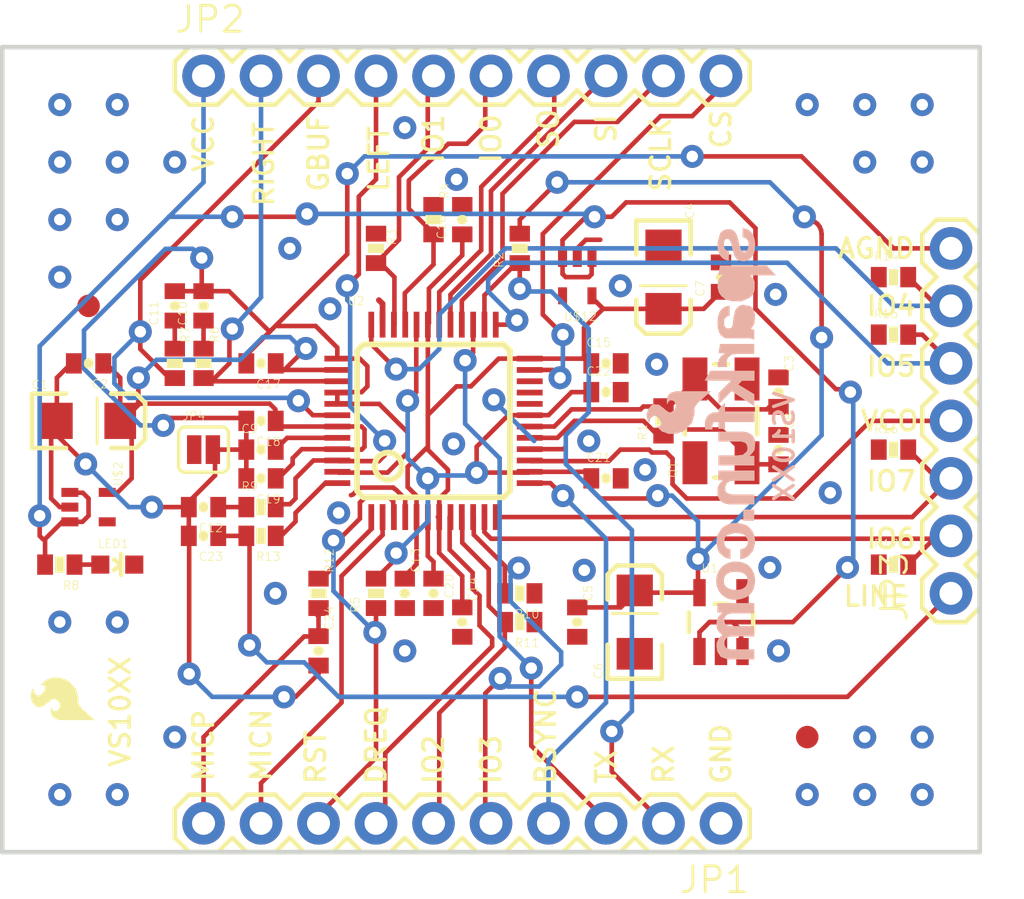
<source format=kicad_pcb>
(kicad_pcb (version 20211014) (generator pcbnew)
  (layers (0 "F.Cu" signal) (31 "B.Cu" signal) (34 "B.Paste" user) (35 "F.Paste" user) (36 "B.SilkS" user "B.Silkscreen") (37 "F.SilkS" user "F.Silkscreen") (38 "B.Mask" user) (39 "F.Mask" user) (44 "Edge.Cuts" user))
  (net 0 "")
  (net 1 "GND")
  (net 2 "VCC")
  (net 3 "AVDD")
  (net 4 "N$6")
  (net 5 "N$9")
  (net 6 "N$10")
  (net 7 "SO")
  (net 8 "SI")
  (net 9 "SCLK")
  (net 10 "CS")
  (net 11 "BSYNC")
  (net 12 "DREQ")
  (net 13 "RESET")
  (net 14 "GPIO2")
  (net 15 "GPIO3")
  (net 16 "GPIO6")
  (net 17 "GPIO7")
  (net 18 "RX")
  (net 19 "TX")
  (net 20 "LEFT")
  (net 21 "RIGHT")
  (net 22 "GBUF")
  (net 23 "MICP")
  (net 24 "MICN")
  (net 25 "N$1")
  (net 26 "GPIO0")
  (net 27 "GPIO1")
  (net 28 "GPIO4")
  (net 29 "LINEIN")
  (net 30 "VCO")
  (net 31 "N$2")
  (net 32 "N$5")
  (net 33 "GPIO5")
  (net 34 "N$3")
  (net 35 "IOVDD")
  (net 36 "CVDD")
  (net 37 "N$4")
  (net 38 "N$7")
  (net 39 "AGND")
  (footprint "boardEagle:0402-CAP" (layer "F.Cu") (at 135.8011 98.6536 90)
    (fp_text reference "C10")
    (fp_text value "10nF")
  )
  (footprint "boardEagle:SOT23-5" (layer "F.Cu") (at 158.6611 112.6236)
    (fp_text reference "U1")
    (fp_text value "3.3V")
  )
  (footprint "boardEagle:0402-RES" (layer "F.Cu") (at 143.4211 96.1136 -90)
    (fp_text reference "R3")
    (fp_text value "100k")
  )
  (footprint "boardEagle:0402-RES" (layer "F.Cu") (at 134.5311 101.1936 -90)
    (fp_text reference "R7")
    (fp_text value "10")
  )
  (footprint "boardEagle:0402-CAP" (layer "F.Cu") (at 138.3411 105.0036)
    (fp_text reference "C9")
    (fp_text value "0.1uF")
  )
  (footprint "boardEagle:0402-CAP" (layer "F.Cu") (at 135.8011 107.5436 180)
    (fp_text reference "C12")
    (fp_text value "10nF")
  )
  (footprint "boardEagle:0402-RES" (layer "F.Cu") (at 149.7711 112.6236 180)
    (fp_text reference "R11")
    (fp_text value "100k")
  )
  (footprint "boardEagle:EIA3216" (layer "F.Cu") (at 156.1211 97.3836 -90)
    (fp_text reference "C4")
    (fp_text value "10uF")
  )
  (footprint "boardEagle:0402-RES" (layer "F.Cu") (at 166.2811 105.0036)
    (fp_text reference "R16")
    (fp_text value "100k")
  )
  (footprint "boardEagle:LQFP-48" (layer "F.Cu") (at 145.9611 103.7336)
    (fp_text reference "U2")
    (fp_text value "VS1053")
  )
  (footprint "boardEagle:0402-CAP" (layer "F.Cu") (at 130.7211 101.1936 180)
    (fp_text reference "C2")
    (fp_text value "0.1uF")
  )
  (footprint "boardEagle:0402-CAP" (layer "F.Cu") (at 161.2011 105.0036 -90)
    (fp_text reference "C8")
    (fp_text value "18pF")
  )
  (footprint "boardEagle:0402-RES" (layer "F.Cu") (at 166.2811 110.0836)
    (fp_text reference "R17")
    (fp_text value "100k")
  )
  (footprint "boardEagle:0402-RES" (layer "F.Cu") (at 138.3411 108.8136 180)
    (fp_text reference "R13")
    (fp_text value "470")
  )
  (footprint "boardEagle:CRYSTAL-SMD-5X3" (layer "F.Cu") (at 158.6611 103.7336 90)
    (fp_text reference "Q1")
    (fp_text value "12.288MHz")
  )
  (footprint "boardEagle:SC70" (layer "F.Cu") (at 152.3111 97.3836 180)
    (fp_text reference "U$12")
    (fp_text value "1.8")
  )
  (footprint "boardEagle:0402-CAP" (layer "F.Cu") (at 153.5811 102.4636)
    (fp_text reference "C22")
    (fp_text value "100nF")
  )
  (footprint "boardEagle:0402-RES" (layer "F.Cu") (at 129.4511 110.0836 180)
    (fp_text reference "R8")
    (fp_text value "330")
  )
  (footprint "boardEagle:0402-RES" (layer "F.Cu") (at 156.1211 103.7336 90)
    (fp_text reference "R1")
    (fp_text value "1M")
  )
  (footprint "boardEagle:1X10" (layer "F.Cu") (at 135.8011 88.4936)
    (fp_text reference "JP2")
    (fp_text value "M10\"")
  )
  (footprint "boardEagle:0402-RES" (layer "F.Cu") (at 166.2811 97.3836)
    (fp_text reference "R14")
    (fp_text value "100k")
  )
  (footprint "boardEagle:0402-RES" (layer "F.Cu") (at 143.4211 111.3536 90)
    (fp_text reference "R5")
    (fp_text value "100k")
  )
  (footprint "boardEagle:0402-CAP" (layer "F.Cu") (at 147.2311 112.6236 -90)
    (fp_text reference "C14")
    (fp_text value "100nF")
  )
  (footprint "boardEagle:SC70" (layer "F.Cu") (at 130.7211 107.5436 -90)
    (fp_text reference "U$2")
    (fp_text value "2.8")
  )
  (footprint "boardEagle:0402-CAP" (layer "F.Cu") (at 138.3411 106.2736 180)
    (fp_text reference "C19")
    (fp_text value "100nF")
  )
  (footprint "boardEagle:0402-RES" (layer "F.Cu") (at 145.9611 94.8436 -90)
    (fp_text reference "R4")
    (fp_text value "100k")
  )
  (footprint "boardEagle:0402-CAP" (layer "F.Cu") (at 138.3411 101.1936 180)
    (fp_text reference "C17")
    (fp_text value "100nF")
  )
  (footprint "boardEagle:0402-CAP" (layer "F.Cu") (at 134.5311 98.6536 90)
    (fp_text reference "C11")
    (fp_text value "47nF")
  )
  (footprint "boardEagle:0402-CAP" (layer "F.Cu") (at 147.2311 94.8436 90)
    (fp_text reference "C16")
    (fp_text value "100nF")
  )
  (footprint "boardEagle:0402-CAP" (layer "F.Cu") (at 135.8011 108.8136 180)
    (fp_text reference "C23")
    (fp_text value "10nF")
  )
  (footprint "boardEagle:0402-RES" (layer "F.Cu") (at 138.3411 107.5436)
    (fp_text reference "R9")
    (fp_text value "20")
  )
  (footprint "boardEagle:0402-CAP" (layer "F.Cu") (at 145.9611 111.3536 -90)
    (fp_text reference "C20")
    (fp_text value "100nF")
  )
  (footprint "boardEagle:1X10" (layer "F.Cu") (at 158.6611 121.5136 180)
    (fp_text reference "JP1")
    (fp_text value "M10\"")
  )
  (footprint "boardEagle:0402-CAP" (layer "F.Cu") (at 158.6611 97.3836 90)
    (fp_text reference "C7")
    (fp_text value "0.1uF")
  )
  (footprint "boardEagle:0402-CAP" (layer "F.Cu") (at 140.8811 113.8936 -90)
    (fp_text reference "C24")
    (fp_text value "10nF")
  )
  (footprint "boardEagle:SJ_2S" (layer "F.Cu") (at 135.8011 105.0036)
    (fp_text reference "JP4")
    (fp_text value "")
  )
  (footprint "boardEagle:0402-CAP" (layer "F.Cu") (at 153.5811 106.2736)
    (fp_text reference "C21")
    (fp_text value "100nF")
  )
  (footprint "boardEagle:0402-RES" (layer "F.Cu") (at 149.7711 111.3536 180)
    (fp_text reference "R10")
    (fp_text value "100k")
  )
  (footprint "boardEagle:0402-CAP" (layer "F.Cu") (at 152.3111 112.6236 -90)
    (fp_text reference "C5")
    (fp_text value "0.1uF")
  )
  (footprint "boardEagle:FIDUCIAL-1X2" (layer "F.Cu") (at 162.4711 117.7036)
    (fp_text reference "U$4" hide)
    (fp_text value "FIDUCIAL1X2" hide)
  )
  (footprint "boardEagle:0402-RES" (layer "F.Cu") (at 166.2811 99.9236)
    (fp_text reference "R15")
    (fp_text value "100k")
  )
  (footprint "boardEagle:0402-RES" (layer "F.Cu") (at 135.8011 101.1936 -90)
    (fp_text reference "R6")
    (fp_text value "20")
  )
  (footprint "boardEagle:EIA3216" (layer "F.Cu") (at 154.8511 112.6236 90)
    (fp_text reference "C6")
    (fp_text value "10uF")
  )
  (footprint "boardEagle:0402-CAP" (layer "F.Cu") (at 153.5811 101.1936)
    (fp_text reference "C15")
    (fp_text value "100nF")
  )
  (footprint "boardEagle:LED-0603" (layer "F.Cu") (at 131.9911 110.0836 -90)
    (fp_text reference "LED1")
    (fp_text value "Power")
  )
  (footprint "boardEagle:0402-RES" (layer "F.Cu") (at 149.7711 96.1136 90)
    (fp_text reference "R2")
    (fp_text value "100k")
  )
  (footprint "boardEagle:0402-RES" (layer "F.Cu") (at 140.8811 111.3536 -90)
    (fp_text reference "R12")
    (fp_text value "470")
  )
  (footprint "boardEagle:0402-CAP" (layer "F.Cu") (at 161.2011 102.4636 -90)
    (fp_text reference "C3")
    (fp_text value "18pF")
  )
  (footprint "boardEagle:FIDUCIAL-1X2" (layer "F.Cu") (at 130.7211 98.6536)
    (fp_text reference "U$5" hide)
    (fp_text value "FIDUCIAL1X2" hide)
  )
  (footprint "boardEagle:0402-CAP" (layer "F.Cu") (at 138.3411 103.7336 180)
    (fp_text reference "C18")
    (fp_text value "100nF")
  )
  (footprint "boardEagle:1X07" (layer "F.Cu") (at 168.8211 111.3536 90)
    (fp_text reference "JP3")
    (fp_text value "")
  )
  (footprint "boardEagle:EIA3216" (layer "F.Cu") (at 130.7211 103.7336)
    (fp_text reference "C1")
    (fp_text value "10uF")
  )
  (footprint "boardEagle:0402-CAP" (layer "F.Cu") (at 144.6911 111.3536 -90)
    (fp_text reference "C13")
    (fp_text value "100nF")
  )
  (footprint "boardEagle:SFE-LOGO-FLAME" (layer "F.Cu") (at 130.9751 116.9416 90)
    (fp_text reference "U$6" hide)
    (fp_text value "LOGO-SFESK" hide)
  )
  (footprint "boardEagle:SFE-NEW-WEBLOGO" (layer "B.Cu") (at 161.0741 95.2246 -90)
    (fp_text reference "U$7" hide)
    (fp_text value "LOGO-SFENEW" hide)
  )
  (gr_line (start 170.0911 122.7836) (end 170.0911 87.2236) (layer "Edge.Cuts") (width 0.2032))
  (gr_line (start 126.9111 122.7836) (end 170.0911 122.7836) (layer "Edge.Cuts") (width 0.2032))
  (gr_line (start 126.9111 87.2236) (end 126.9111 122.7836) (layer "Edge.Cuts") (width 0.2032))
  (gr_line (start 170.0911 87.2236) (end 126.9111 87.2236) (layer "Edge.Cuts") (width 0.2032))
  (gr_text "VS10XX" (at 161.9631 102.3366 -270) (layer "B.SilkS") (effects (font (size 0.8636 0.8636) (thickness 0.1524)) (justify left bottom mirror)))
  (gr_text "AGND" (at 163.7411 96.6216) (layer "F.SilkS") (effects (font (size 0.8636 0.8636) (thickness 0.1524)) (justify left bottom)))
  (gr_text "VCC" (at 136.3091 92.8116 90) (layer "F.SilkS") (effects (font (size 0.8636 0.8636) (thickness 0.1524)) (justify left bottom)))
  (gr_text "LEFT" (at 144.0561 93.7006 90) (layer "F.SilkS") (effects (font (size 0.8636 0.8636) (thickness 0.1524)) (justify left bottom)))
  (gr_text "MICN" (at 138.8491 119.7356 90) (layer "F.SilkS") (effects (font (size 0.8636 0.8636) (thickness 0.1524)) (justify left bottom)))
  (gr_text "IO4" (at 165.0111 99.1616) (layer "F.SilkS") (effects (font (size 0.8636 0.8636) (thickness 0.1524)) (justify left bottom)))
  (gr_text "IO2" (at 146.4691 119.8626 90) (layer "F.SilkS") (effects (font (size 0.8636 0.8636) (thickness 0.1524)) (justify left bottom)))
  (gr_text "GBUF" (at 141.3891 93.7006 90) (layer "F.SilkS") (effects (font (size 0.8636 0.8636) (thickness 0.1524)) (justify left bottom)))
  (gr_text "RIGHT" (at 138.9761 94.3356 90) (layer "F.SilkS") (effects (font (size 0.8636 0.8636) (thickness 0.1524)) (justify left bottom)))
  (gr_text "DREQ" (at 143.9291 119.8626 90) (layer "F.SilkS") (effects (font (size 0.8636 0.8636) (thickness 0.1524)) (justify left bottom)))
  (gr_text "IO6" (at 165.0111 109.4486) (layer "F.SilkS") (effects (font (size 0.8636 0.8636) (thickness 0.1524)) (justify left bottom)))
  (gr_text "SI" (at 154.0891 91.5416 90) (layer "F.SilkS") (effects (font (size 0.8636 0.8636) (thickness 0.1524)) (justify left bottom)))
  (gr_text "TX" (at 154.0891 119.8626 90) (layer "F.SilkS") (effects (font (size 0.8636 0.8636) (thickness 0.1524)) (justify left bottom)))
  (gr_text "GND" (at 159.1691 119.8626 90) (layer "F.SilkS") (effects (font (size 0.8636 0.8636) (thickness 0.1524)) (justify left bottom)))
  (gr_text "IO7" (at 165.0111 106.9086) (layer "F.SilkS") (effects (font (size 0.8636 0.8636) (thickness 0.1524)) (justify left bottom)))
  (gr_text "CS" (at 159.1691 91.7956 90) (layer "F.SilkS") (effects (font (size 0.8636 0.8636) (thickness 0.1524)) (justify left bottom)))
  (gr_text "IO3" (at 149.0091 119.8626 90) (layer "F.SilkS") (effects (font (size 0.8636 0.8636) (thickness 0.1524)) (justify left bottom)))
  (gr_text "VS10XX" (at 132.6261 119.1006 90) (layer "F.SilkS") (effects (font (size 0.8636 0.8636) (thickness 0.1524)) (justify left bottom)))
  (gr_text "RX" (at 156.6291 119.8626 90) (layer "F.SilkS") (effects (font (size 0.8636 0.8636) (thickness 0.1524)) (justify left bottom)))
  (gr_text "SCLK" (at 156.5021 93.7006 90) (layer "F.SilkS") (effects (font (size 0.8636 0.8636) (thickness 0.1524)) (justify left bottom)))
  (gr_text "VCO" (at 164.7571 104.2416) (layer "F.SilkS") (effects (font (size 0.8636 0.8636) (thickness 0.1524)) (justify left bottom)))
  (gr_text "MICP" (at 136.3091 119.7356 90) (layer "F.SilkS") (effects (font (size 0.8636 0.8636) (thickness 0.1524)) (justify left bottom)))
  (gr_text "IO5" (at 165.0111 101.8286) (layer "F.SilkS") (effects (font (size 0.8636 0.8636) (thickness 0.1524)) (justify left bottom)))
  (gr_text "RST" (at 141.2621 119.8626 90) (layer "F.SilkS") (effects (font (size 0.8636 0.8636) (thickness 0.1524)) (justify left bottom)))
  (gr_text "SO" (at 151.5491 91.7956 90) (layer "F.SilkS") (effects (font (size 0.8636 0.8636) (thickness 0.1524)) (justify left bottom)))
  (gr_text "IO0" (at 149.0091 92.4306 90) (layer "F.SilkS") (effects (font (size 0.8636 0.8636) (thickness 0.1524)) (justify left bottom)))
  (gr_text "IO1" (at 146.4691 92.4306 90) (layer "F.SilkS") (effects (font (size 0.8636 0.8636) (thickness 0.1524)) (justify left bottom)))
  (gr_text "LINE" (at 163.9951 111.9886) (layer "F.SilkS") (effects (font (size 0.8636 0.8636) (thickness 0.1524)) (justify left bottom)))
  (gr_text "BSYNC" (at 151.4221 119.8626 90) (layer "F.SilkS") (effects (font (size 0.8636 0.8636) (thickness 0.1524)) (justify left bottom)))
  (segment (start 144.1831 106.68) (end 142.7099 106.68) (width 0.2032) (layer "F.Cu") (net 1))
  (segment (start 152.6921 95.7326) (end 153.3271 95.7326) (width 0.2032) (layer "F.Cu") (net 1))
  (segment (start 144.2339 106.7308) (end 144.1831 106.68) (width 0.2032) (layer "F.Cu") (net 1))
  (segment (start 143.7111 98.5626) (end 143.5481 98.3996) (width 0.254) (layer "F.Cu") (net 1))
  (segment (start 144.7111 107.9836) (end 144.7111 107.1826) (width 0.2032) (layer "F.Cu") (net 1))
  (segment (start 144.7111 107.1826) (end 144.3101 106.7816) (width 0.2032) (layer "F.Cu") (net 1))
  (segment (start 143.7111 99.4836) (end 143.7111 98.5626) (width 0.254) (layer "F.Cu") (net 1))
  (segment (start 144.3101 106.7816) (end 144.2339 106.7308) (width 0.2032) (layer "F.Cu") (net 1))
  (segment (start 150.2111 104.9836) (end 151.6961 104.9836) (width 0.2032) (layer "F.Cu") (net 1))
  (segment (start 142.4051 106.9848) (end 142.315 107.017) (width 0.2032) (layer "F.Cu") (net 1))
  (segment (start 152.3111 96.5586) (end 152.3111 96.1136) (width 0.2032) (layer "F.Cu") (net 1))
  (segment (start 142.7099 106.68) (end 142.4051 106.9848) (width 0.2032) (layer "F.Cu") (net 1))
  (segment (start 152.3111 96.1136) (end 152.6921 95.7326) (width 0.2032) (layer "F.Cu") (net 1))
  (segment (start 151.6961 104.9836) (end 151.8031 104.8766) (width 0.2032) (layer "F.Cu") (net 1))
  (via (at 167.5511 92.3036) (size 1.016) (drill 0.508) (layers "F.Cu" "B.Cu") (net 1))
  (via (at 167.5511 117.7036) (size 1.016) (drill 0.508) (layers "F.Cu" "B.Cu") (net 1))
  (via (at 129.4511 97.3836) (size 1.016) (drill 0.508) (layers "F.Cu" "B.Cu") (net 1))
  (via (at 131.9911 112.6236) (size 1.016) (drill 0.508) (layers "F.Cu" "B.Cu") (net 1))
  (via (at 131.9911 94.8436) (size 1.016) (drill 0.508) (layers "F.Cu" "B.Cu") (net 1))
  (via (at 163.4871 106.9086) (size 1.016) (drill 0.508) (layers "F.Cu" "B.Cu") (net 1))
  (via (at 129.4511 112.6236) (size 1.016) (drill 0.508) (layers "F.Cu" "B.Cu") (net 1))
  (via (at 148.6261 102.8016) (size 1.016) (drill 0.508) (layers "F.Cu" "B.Cu") (net 1))
  (via (at 167.5511 120.2436) (size 1.016) (drill 0.508) (layers "F.Cu" "B.Cu") (net 1))
  (via (at 165.0111 120.2436) (size 1.016) (drill 0.508) (layers "F.Cu" "B.Cu") (net 1))
  (via (at 155.8211 101.2336) (size 1.016) (drill 0.508) (layers "F.Cu" "B.Cu") (net 1))
  (via (at 134.5311 117.7036) (size 1.016) (drill 0.508) (layers "F.Cu" "B.Cu") (net 1))
  (via (at 141.7701 107.7976) (size 1.016) (drill 0.508) (layers "F.Cu" "B.Cu") (net 1))
  (via (at 144.6911 90.7796) (size 1.016) (drill 0.508) (layers "F.Cu" "B.Cu") (net 1))
  (via (at 154.2161 97.7646) (size 1.016) (drill 0.508) (layers "F.Cu" "B.Cu") (net 1))
  (via (at 165.0111 117.7036) (size 1.016) (drill 0.508) (layers "F.Cu" "B.Cu") (net 1))
  (via (at 139.6111 96.1136) (size 1.016) (drill 0.508) (layers "F.Cu" "B.Cu") (net 1))
  (via (at 152.6211 110.3336) (size 1.016) (drill 0.508) (layers "F.Cu" "B.Cu") (net 1))
  (via (at 165.0111 92.3036) (size 1.016) (drill 0.508) (layers "F.Cu" "B.Cu") (net 1))
  (via (at 129.4511 89.7636) (size 1.016) (drill 0.508) (layers "F.Cu" "B.Cu") (net 1))
  (via (at 138.9761 111.3536) (size 1.016) (drill 0.508) (layers "F.Cu" "B.Cu") (net 1))
  (via (at 146.9771 93.0656) (size 1.016) (drill 0.508) (layers "F.Cu" "B.Cu") (net 1))
  (via (at 141.3891 98.7806) (size 1.016) (drill 0.508) (layers "F.Cu" "B.Cu") (net 1))
  (via (at 131.9911 89.7636) (size 1.016) (drill 0.508) (layers "F.Cu" "B.Cu") (net 1))
  (via (at 161.0741 98.1456) (size 1.016) (drill 0.508) (layers "F.Cu" "B.Cu") (net 1))
  (via (at 162.4711 120.2436) (size 1.016) (drill 0.508) (layers "F.Cu" "B.Cu") (net 1))
  (via (at 144.6911 113.8936) (size 1.016) (drill 0.508) (layers "F.Cu" "B.Cu") (net 1))
  (via (at 162.4711 89.7636) (size 1.016) (drill 0.508) (layers "F.Cu" "B.Cu") (net 1))
  (via (at 161.2011 113.8936) (size 1.016) (drill 0.508) (layers "F.Cu" "B.Cu") (net 1))
  (via (at 155.3083 105.8926) (size 1.016) (drill 0.508) (layers "F.Cu" "B.Cu") (net 1))
  (via (at 165.0111 89.7636) (size 1.016) (drill 0.508) (layers "F.Cu" "B.Cu") (net 1))
  (via (at 129.4511 120.2436) (size 1.016) (drill 0.508) (layers "F.Cu" "B.Cu") (net 1))
  (via (at 134.5311 92.3036) (size 1.016) (drill 0.508) (layers "F.Cu" "B.Cu") (net 1))
  (via (at 167.5511 89.7636) (size 1.016) (drill 0.508) (layers "F.Cu" "B.Cu") (net 1))
  (via (at 146.8501 104.7496) (size 1.016) (drill 0.508) (layers "F.Cu" "B.Cu") (net 1))
  (via (at 152.8191 104.6226) (size 1.016) (drill 0.508) (layers "F.Cu" "B.Cu") (net 1))
  (via (at 131.9911 120.2436) (size 1.016) (drill 0.508) (layers "F.Cu" "B.Cu") (net 1))
  (via (at 129.4511 92.3036) (size 1.016) (drill 0.508) (layers "F.Cu" "B.Cu") (net 1))
  (via (at 160.8201 110.2106) (size 1.016) (drill 0.508) (layers "F.Cu" "B.Cu") (net 1))
  (via (at 129.4511 94.8436) (size 1.016) (drill 0.508) (layers "F.Cu" "B.Cu") (net 1))
  (via (at 131.9911 92.3036) (size 1.016) (drill 0.508) (layers "F.Cu" "B.Cu") (net 1))
  (segment (start 148.6281 102.8446) (end 150.4061 104.6226) (width 0.2032) (layer "B.Cu") (net 1))
  (segment (start 130.4521 108.1936) (end 130.7211 107.9246) (width 0.2032) (layer "F.Cu") (net 2))
  (segment (start 154.4701 94.0816) (end 159.0421 94.0816) (width 0.2032) (layer "F.Cu") (net 2))
  (segment (start 128.7041 108.9556) (end 128.5621 108.8136) (width 0.2032) (layer "F.Cu") (net 2))
  (segment (start 129.9441 106.8936) (end 129.8961 106.8936) (width 0.2032) (layer "F.Cu") (net 2))
  (segment (start 128.8011 108.9556) (end 129.5781 108.1786) (width 0.2032) (layer "F.Cu") (net 2))
  (segment (start 160.1851 95.2246) (end 160.1851 98.7806) (width 0.2032) (layer "F.Cu") (net 2))
  (segment (start 159.5501 113.0046) (end 159.5501 113.8936) (width 0.2032) (layer "F.Cu") (net 2))
  (segment (start 128.5621 108.8136) (end 128.5621 107.9246) (width 0.2032) (layer "F.Cu") (net 2))
  (segment (start 159.6111 113.9546) (end 159.6771 114.0206) (width 0.2032) (layer "F.Cu") (net 2))
  (segment (start 140.2461 94.7166) (end 140.3731 94.5896) (width 0.2032) (layer "F.Cu") (net 2))
  (segment (start 153.0731 94.7166) (end 152.6921 94.7166) (width 0.2032) (layer "F.Cu") (net 2))
  (segment (start 153.0731 94.7166) (end 153.8351 94.7166) (width 0.2032) (layer "F.Cu") (net 2))
  (segment (start 152.8191 97.3836) (end 152.9461 97.2566) (width 0.2032) (layer "F.Cu") (net 2))
  (segment (start 129.9591 106.9086) (end 129.9441 106.8936) (width 0.2032) (layer "F.Cu") (net 2))
  (segment (start 164.2491 102.3366) (end 164.3761 102.4636) (width 0.2032) (layer "F.Cu") (net 2))
  (segment (start 130.4671 106.9086) (end 129.9591 106.9086) (width 0.2032) (layer "F.Cu") (net 2))
  (segment (start 137.0711 94.7166) (end 140.2461 94.7166) (width 0.2032) (layer "F.Cu") (net 2))
  (segment (start 151.8031 97.3836) (end 152.8191 97.3836) (width 0.2032) (layer "F.Cu") (net 2))
  (segment (start 128.8011 108.9556) (end 128.7041 108.9556) (width 0.2032) (layer "F.Cu") (net 2))
  (segment (start 159.5501 113.8936) (end 159.6111 113.9546) (width 0.2032) (layer "F.Cu") (net 2))
  (segment (start 160.1851 98.7806) (end 163.7411 102.3366) (width 0.2032) (layer "F.Cu") (net 2))
  (segment (start 158.1531 112.6236) (end 159.1691 112.6236) (width 0.2032) (layer "F.Cu") (net 2))
  (segment (start 159.1691 112.6236) (end 159.5501 113.0046) (width 0.2032) (layer "F.Cu") (net 2))
  (segment (start 157.7111 113.0656) (end 157.7111 113.9237) (width 0.2032) (layer "F.Cu") (net 2))
  (segment (start 151.6611 97.2416) (end 151.8031 97.3836) (width 0.2032) (layer "F.Cu") (net 2))
  (segment (start 153.8351 94.7166) (end 154.4701 94.0816) (width 0.2032) (layer "F.Cu") (net 2))
  (segment (start 164.2491 110.2106) (end 161.8361 112.6236) (width 0.2032) (layer "F.Cu") (net 2))
  (segment (start 130.7211 107.9246) (end 130.7211 107.1626) (width 0.2032) (layer "F.Cu") (net 2))
  (segment (start 151.6611 95.7476) (end 151.6611 96.5586) (width 0.2032) (layer "F.Cu") (net 2))
  (segment (start 129.5781 108.1786) (end 129.5931 108.1936) (width 0.2032) (layer "F.Cu") (net 2))
  (segment (start 151.6611 96.5586) (end 151.6611 97.2416) (width 0.2032) (layer "F.Cu") (net 2))
  (segment (start 161.8361 112.6236) (end 158.1531 112.6236) (width 0.2032) (layer "F.Cu") (net 2))
  (segment (start 159.0421 94.0816) (end 160.1851 95.2246) (width 0.2032) (layer "F.Cu") (net 2))
  (segment (start 130.7211 107.1626) (end 130.4671 106.9086) (width 0.2032) (layer "F.Cu") (net 2))
  (segment (start 158.1531 112.6236) (end 157.7111 113.0656) (width 0.2032) (layer "F.Cu") (net 2))
  (segment (start 128.8011 110.0836) (end 128.8011 108.9556) (width 0.2032) (layer "F.Cu") (net 2))
  (segment (start 129.8961 108.1936) (end 130.4521 108.1936) (width 0.2032) (layer "F.Cu") (net 2))
  (segment (start 163.7411 102.3366) (end 164.2491 102.3366) (width 0.2032) (layer "F.Cu") (net 2))
  (segment (start 159.6111 113.9546) (end 159.6111 113.9237) (width 0.2032) (layer "F.Cu") (net 2))
  (segment (start 152.9461 96.6216) (end 152.9611 96.6066) (width 0.2032) (layer "F.Cu") (net 2))
  (segment (start 152.9611 96.6066) (end 152.9611 96.5586) (width 0.2032) (layer "F.Cu") (net 2))
  (segment (start 129.5931 108.1936) (end 129.8961 108.1936) (width 0.2032) (layer "F.Cu") (net 2))
  (segment (start 152.6921 94.7166) (end 151.6611 95.7476) (width 0.2032) (layer "F.Cu") (net 2))
  (segment (start 152.9461 97.2566) (end 152.9461 96.6216) (width 0.2032) (layer "F.Cu") (net 2))
  (via (at 153.0731 94.7166) (size 1.016) (drill 0.508) (layers "F.Cu" "B.Cu") (net 2))
  (via (at 164.3761 102.4636) (size 1.016) (drill 0.508) (layers "F.Cu" "B.Cu") (net 2))
  (via (at 164.2491 110.2106) (size 1.016) (drill 0.508) (layers "F.Cu" "B.Cu") (net 2))
  (via (at 140.3731 94.5896) (size 1.016) (drill 0.508) (layers "F.Cu" "B.Cu") (net 2))
  (via (at 128.5621 107.9246) (size 1.016) (drill 0.508) (layers "F.Cu" "B.Cu") (net 2))
  (via (at 137.0711 94.7166) (size 1.016) (drill 0.508) (layers "F.Cu" "B.Cu") (net 2))
  (segment (start 164.5031 102.5906) (end 164.5031 109.9566) (width 0.2032) (layer "B.Cu") (net 2))
  (segment (start 164.3761 102.4636) (end 164.5031 102.5906) (width 0.2032) (layer "B.Cu") (net 2))
  (segment (start 164.5031 109.9566) (end 164.2491 110.2106) (width 0.2032) (layer "B.Cu") (net 2))
  (segment (start 128.5621 100.4316) (end 134.2771 94.7166) (width 0.2032) (layer "B.Cu") (net 2))
  (segment (start 135.8011 93.1926) (end 135.8011 88.4936) (width 0.2032) (layer "B.Cu") (net 2))
  (segment (start 134.2771 94.7166) (end 135.8011 93.1926) (width 0.2032) (layer "B.Cu") (net 2))
  (segment (start 128.5621 107.9246) (end 128.5621 100.4316) (width 0.2032) (layer "B.Cu") (net 2))
  (segment (start 152.9461 94.5896) (end 153.0731 94.7166) (width 0.2032) (layer "B.Cu") (net 2))
  (segment (start 140.3731 94.5896) (end 152.9461 94.5896) (width 0.2032) (layer "B.Cu") (net 2))
  (segment (start 134.2771 94.7166) (end 137.0711 94.7166) (width 0.2032) (layer "B.Cu") (net 2))
  (segment (start 142.9131 104.1146) (end 142.9131 104.8766) (width 0.2032) (layer "F.Cu") (net 3))
  (segment (start 132.0061 106.8936) (end 132.6261 106.2736) (width 0.2032) (layer "F.Cu") (net 3))
  (segment (start 132.9211 103.0336) (end 132.9211 101.8336) (width 0.2032) (layer "F.Cu") (net 3))
  (segment (start 132.6261 104.1146) (end 132.2451 103.7336) (width 0.2032) (layer "F.Cu") (net 3))
  (segment (start 140.1391 104.9836) (end 139.7381 105.3846) (width 0.2032) (layer "F.Cu") (net 3))
  (segment (start 140.3211 100.5336) (end 139.3711 101.4836) (width 0.2032) (layer "F.Cu") (net 3))
  (segment (start 138.9761 103.2256) (end 138.9761 103.7336) (width 0.2032) (layer "F.Cu") (net 3))
  (segment (start 138.9761 103.7336) (end 138.9911 103.7336) (width 0.2032) (layer "F.Cu") (net 3))
  (segment (start 142.7821 103.9836) (end 142.9131 104.1146) (width 0.2032) (layer "F.Cu") (net 3))
  (segment (start 141.8971 105.0036) (end 141.8771 104.9836) (width 0.2032) (layer "F.Cu") (net 3))
  (segment (start 139.3711 101.4836) (end 139.2661 101.4836) (width 0.2032) (layer "F.Cu") (net 3))
  (segment (start 132.2211 103.7336) (end 132.3721 103.7336) (width 0.2032) (layer "F.Cu") (net 3))
  (segment (start 141.8771 104.9836) (end 141.7111 104.9836) (width 0.2032) (layer "F.Cu") (net 3))
  (segment (start 139.7381 105.3846) (end 139.7381 105.6386) (width 0.2032) (layer "F.Cu") (net 3))
  (segment (start 139.1031 106.2736) (end 138.9911 106.2736) (width 0.2032) (layer "F.Cu") (net 3))
  (segment (start 132.2211 103.7336) (end 132.9211 103.0336) (width 0.2032) (layer "F.Cu") (net 3))
  (segment (start 132.3721 103.7336) (end 132.6261 103.4796) (width 0.2032) (layer "F.Cu") (net 3))
  (segment (start 132.1211 101.8316) (end 131.4831 101.1936) (width 0.2032) (layer "F.Cu") (net 3))
  (segment (start 139.2261 103.9836) (end 141.7111 103.9836) (width 0.2032) (layer "F.Cu") (net 3))
  (segment (start 132.2211 103.7336) (end 132.1211 103.7336) (width 0.2032) (layer "F.Cu") (net 3))
  (segment (start 142.7861 105.0036) (end 141.8971 105.0036) (width 0.2032) (layer "F.Cu") (net 3))
  (segment (start 132.1211 103.7336) (end 132.8831 102.9716) (width 0.2032) (layer "F.Cu") (net 3))
  (segment (start 139.2661 101.4836) (end 138.9911 101.2086) (width 0.2032) (layer "F.Cu") (net 3))
  (segment (start 131.4831 101.1936) (end 131.3711 101.1936) (width 0.2032) (layer "F.Cu") (net 3))
  (segment (start 141.7111 103.9836) (end 142.7821 103.9836) (width 0.2032) (layer "F.Cu") (net 3))
  (segment (start 132.1211 103.7336) (end 132.1211 101.8316) (width 0.2032) (layer "F.Cu") (net 3))
  (segment (start 139.7381 105.6386) (end 139.1031 106.2736) (width 0.2032) (layer "F.Cu") (net 3))
  (segment (start 138.7221 102.9716) (end 138.9761 103.2256) (width 0.2032) (layer "F.Cu") (net 3))
  (segment (start 132.6261 106.2736) (end 132.6261 104.1146) (width 0.2032) (layer "F.Cu") (net 3))
  (segment (start 131.5461 106.8936) (end 132.0061 106.8936) (width 0.2032) (layer "F.Cu") (net 3))
  (segment (start 138.9911 101.2086) (end 138.9911 101.1936) (width 0.2032) (layer "F.Cu") (net 3))
  (segment (start 142.9131 104.8766) (end 142.7861 105.0036) (width 0.2032) (layer "F.Cu") (net 3))
  (segment (start 141.7111 104.9836) (end 140.1391 104.9836) (width 0.2032) (layer "F.Cu") (net 3))
  (segment (start 139.2661 101.4836) (end 141.7111 101.4836) (width 0.2032) (layer "F.Cu") (net 3))
  (segment (start 132.2451 103.7336) (end 132.2211 103.7336) (width 0.2032) (layer "F.Cu") (net 3))
  (segment (start 138.9761 103.7336) (end 139.2261 103.9836) (width 0.2032) (layer "F.Cu") (net 3))
  (segment (start 132.8831 102.9716) (end 138.7221 102.9716) (width 0.2032) (layer "F.Cu") (net 3))
  (via (at 132.9211 101.8336) (size 1.016) (drill 0.508) (layers "F.Cu" "B.Cu") (net 3))
  (via (at 140.3211 100.5336) (size 1.016) (drill 0.508) (layers "F.Cu" "B.Cu") (net 3))
  (segment (start 137.4211 101.0336) (end 138.4211 100.0336) (width 0.2032) (layer "B.Cu") (net 3))
  (segment (start 139.6211 100.0336) (end 140.0211 100.4336) (width 0.2032) (layer "B.Cu") (net 3))
  (segment (start 140.0211 100.4336) (end 140.3211 100.5336) (width 0.2032) (layer "B.Cu") (net 3))
  (segment (start 138.4211 100.0336) (end 139.6211 100.0336) (width 0.2032) (layer "B.Cu") (net 3))
  (segment (start 133.7211 101.0336) (end 137.4211 101.0336) (width 0.2032) (layer "B.Cu") (net 3))
  (segment (start 132.9211 101.8336) (end 133.7211 101.0336) (width 0.2032) (layer "B.Cu") (net 3))
  (segment (start 131.1211 110.2336) (end 130.9711 110.0836) (width 0.2032) (layer "F.Cu") (net 4))
  (segment (start 130.9711 110.0836) (end 130.1011 110.0836) (width 0.2032) (layer "F.Cu") (net 4))
  (segment (start 131.1211 110.2336) (end 131.2411 110.1136) (width 0.2032) (layer "F.Cu") (net 4))
  (segment (start 131.2411 110.1136) (end 131.2411 110.0836) (width 0.2032) (layer "F.Cu") (net 4))
  (segment (start 152.0571 103.2256) (end 155.1051 103.2256) (width 0.2032) (layer "F.Cu") (net 5))
  (segment (start 160.6931 103.2256) (end 160.8051 103.1136) (width 0.2032) (layer "F.Cu") (net 5))
  (segment (start 157.5181 101.9556) (end 157.5111 101.9486) (width 0.2032) (layer "F.Cu") (net 5))
  (segment (start 156.0091 103.0836) (end 156.1211 103.0836) (width 0.2032) (layer "F.Cu") (net 5))
  (segment (start 155.9941 103.0986) (end 156.0091 103.0836) (width 0.2032) (layer "F.Cu") (net 5))
  (segment (start 155.1051 103.2256) (end 155.2321 103.0986) (width 0.2032) (layer "F.Cu") (net 5))
  (segment (start 158.6611 103.2256) (end 160.6931 103.2256) (width 0.2032) (layer "F.Cu") (net 5))
  (segment (start 157.5111 101.9486) (end 157.5111 101.8836) (width 0.2032) (layer "F.Cu") (net 5))
  (segment (start 155.2321 103.0986) (end 155.9941 103.0986) (width 0.2032) (layer "F.Cu") (net 5))
  (segment (start 157.5111 101.8836) (end 157.5111 102.0756) (width 0.2032) (layer "F.Cu") (net 5))
  (segment (start 157.5111 102.0756) (end 158.6611 103.2256) (width 0.2032) (layer "F.Cu") (net 5))
  (segment (start 160.8051 103.1136) (end 161.2011 103.1136) (width 0.2032) (layer "F.Cu") (net 5))
  (segment (start 150.2111 103.9836) (end 151.2991 103.9836) (width 0.2032) (layer "F.Cu") (net 5))
  (segment (start 156.1211 103.0836) (end 156.3901 103.0836) (width 0.2032) (layer "F.Cu") (net 5))
  (segment (start 151.2991 103.9836) (end 152.0571 103.2256) (width 0.2032) (layer "F.Cu") (net 5))
  (segment (start 156.3901 103.0836) (end 157.5181 101.9556) (width 0.2032) (layer "F.Cu") (net 5))
  (segment (start 156.1061 104.3836) (end 156.1211 104.3836) (width 0.2032) (layer "F.Cu") (net 6))
  (segment (start 159.8111 105.5836) (end 159.8761 105.5836) (width 0.2032) (layer "F.Cu") (net 6))
  (segment (start 159.8761 105.5836) (end 159.9461 105.6536) (width 0.2032) (layer "F.Cu") (net 6))
  (segment (start 156.6291 104.1146) (end 158.6611 104.1146) (width 0.2032) (layer "F.Cu") (net 6))
  (segment (start 150.2111 104.4836) (end 151.4341 104.4836) (width 0.2032) (layer "F.Cu") (net 6))
  (segment (start 159.8111 105.2646) (end 159.8111 105.5836) (width 0.2032) (layer "F.Cu") (net 6))
  (segment (start 155.2321 103.7336) (end 155.9941 104.4956) (width 0.2032) (layer "F.Cu") (net 6))
  (segment (start 155.9941 104.4956) (end 155.9821 104.4836) (width 0.2032) (layer "F.Cu") (net 6))
  (segment (start 155.9941 104.4956) (end 156.1061 104.3836) (width 0.2032) (layer "F.Cu") (net 6))
  (segment (start 158.6611 104.1146) (end 159.8111 105.2646) (width 0.2032) (layer "F.Cu") (net 6))
  (segment (start 159.9461 105.6536) (end 161.2011 105.6536) (width 0.2032) (layer "F.Cu") (net 6))
  (segment (start 156.1211 104.3836) (end 156.3601 104.3836) (width 0.2032) (layer "F.Cu") (net 6))
  (segment (start 151.4341 104.4836) (end 152.1841 103.7336) (width 0.2032) (layer "F.Cu") (net 6))
  (segment (start 156.3601 104.3836) (end 156.6291 104.1146) (width 0.2032) (layer "F.Cu") (net 6))
  (segment (start 152.1841 103.7336) (end 155.2321 103.7336) (width 0.2032) (layer "F.Cu") (net 6))
  (segment (start 146.2151 99.4664) (end 146.2151 98.044) (width 0.2032) (layer "F.Cu") (net 7))
  (segment (start 151.2951 88.7476) (end 151.0411 88.4936) (width 0.2032) (layer "F.Cu") (net 7))
  (segment (start 148.0693 96.1898) (end 148.0693 93.3958) (width 0.2032) (layer "F.Cu") (net 7))
  (segment (start 146.2151 98.044) (end 148.0693 96.1898) (width 0.2032) (layer "F.Cu") (net 7))
  (segment (start 151.2951 90.17) (end 151.2951 88.7476) (width 0.2032) (layer "F.Cu") (net 7))
  (segment (start 146.2111 99.4836) (end 146.2151 99.4664) (width 0.2032) (layer "F.Cu") (net 7))
  (segment (start 148.0693 93.3958) (end 151.2951 90.17) (width 0.2032) (layer "F.Cu") (net 7))
  (segment (start 146.7111 98.1576) (end 148.5011 96.3676) (width 0.2032) (layer "F.Cu") (net 8))
  (segment (start 148.5011 96.3676) (end 148.5011 93.5736) (width 0.2032) (layer "F.Cu") (net 8))
  (segment (start 146.7111 99.4836) (end 146.7111 98.1576) (width 0.2032) (layer "F.Cu") (net 8))
  (segment (start 153.3271 88.4936) (end 153.2001 88.3666) (width 0.2032) (layer "F.Cu") (net 8))
  (segment (start 153.5811 88.4936) (end 153.3271 88.4936) (width 0.2032) (layer "F.Cu") (net 8))
  (segment (start 148.5011 93.5736) (end 153.5811 88.4936) (width 0.2032) (layer "F.Cu") (net 8))
  (segment (start 149.0091 93.7006) (end 152.1841 90.5256) (width 0.2032) (layer "F.Cu") (net 9))
  (segment (start 152.1841 90.5256) (end 154.0891 90.5256) (width 0.2032) (layer "F.Cu") (net 9))
  (segment (start 154.0891 90.5256) (end 156.1211 88.4936) (width 0.2032) (layer "F.Cu") (net 9))
  (segment (start 147.2111 98.4196) (end 149.0091 96.6216) (width 0.2032) (layer "F.Cu") (net 9))
  (segment (start 149.0091 96.6216) (end 149.0091 93.7006) (width 0.2032) (layer "F.Cu") (net 9))
  (segment (start 147.2111 99.4836) (end 147.2111 98.4196) (width 0.2032) (layer "F.Cu") (net 9))
  (segment (start 151.6761 99.9236) (end 150.7871 99.0346) (width 0.2032) (layer "F.Cu") (net 10))
  (segment (start 158.6611 89.0016) (end 158.6611 88.4936) (width 0.2032) (layer "F.Cu") (net 10))
  (segment (start 151.2041 101.4836) (end 151.5491 101.8286) (width 0.2032) (layer "F.Cu") (net 10))
  (segment (start 150.2111 101.4836) (end 151.2041 101.4836) (width 0.2032) (layer "F.Cu") (net 10))
  (segment (start 155.9941 90.2716) (end 157.3911 90.2716) (width 0.2032) (layer "F.Cu") (net 10))
  (segment (start 157.3911 90.2716) (end 158.6611 89.0016) (width 0.2032) (layer "F.Cu") (net 10))
  (segment (start 150.7871 95.4786) (end 155.9941 90.2716) (width 0.2032) (layer "F.Cu") (net 10))
  (segment (start 150.7871 99.0346) (end 150.7871 95.4786) (width 0.2032) (layer "F.Cu") (net 10))
  (via (at 151.6761 99.9236) (size 1.016) (drill 0.508) (layers "F.Cu" "B.Cu") (net 10))
  (via (at 151.5491 101.8286) (size 1.016) (drill 0.508) (layers "F.Cu" "B.Cu") (net 10))
  (segment (start 151.5491 101.8286) (end 151.6761 101.7016) (width 0.2032) (layer "B.Cu") (net 10))
  (segment (start 151.6761 101.7016) (end 151.6761 99.9236) (width 0.2032) (layer "B.Cu") (net 10))
  (segment (start 151.1241 106.4836) (end 150.2111 106.4836) (width 0.2032) (layer "F.Cu") (net 11))
  (segment (start 151.6761 107.0356) (end 151.1241 106.4836) (width 0.2032) (layer "F.Cu") (net 11))
  (via (at 151.6761 107.0356) (size 1.016) (drill 0.508) (layers "F.Cu" "B.Cu") (net 11))
  (segment (start 151.0411 118.7196) (end 153.5811 116.1796) (width 0.2032) (layer "B.Cu") (net 11))
  (segment (start 151.0411 121.5136) (end 151.0411 118.7196) (width 0.2032) (layer "B.Cu") (net 11))
  (segment (start 153.5811 108.9406) (end 151.6761 107.0356) (width 0.2032) (layer "B.Cu") (net 11))
  (segment (start 153.5811 116.1796) (end 153.5811 108.9406) (width 0.2032) (layer "B.Cu") (net 11))
  (segment (start 147.9931 111.4552) (end 147.6883 111.1504) (width 0.2032) (layer "F.Cu") (net 12))
  (segment (start 147.9931 112.776) (end 147.9931 111.4552) (width 0.2032) (layer "F.Cu") (net 12))
  (segment (start 146.6723 109.4232) (end 146.6723 108.0008) (width 0.2032) (layer "F.Cu") (net 12))
  (segment (start 146.6723 108.0008) (end 146.7111 107.9836) (width 0.2032) (layer "F.Cu") (net 12))
  (segment (start 148.5519 113.6904) (end 148.5519 113.3348) (width 0.2032) (layer "F.Cu") (net 12))
  (segment (start 147.6883 111.1504) (end 147.6883 110.4392) (width 0.2032) (layer "F.Cu") (net 12))
  (segment (start 143.8275 118.4148) (end 148.5519 113.6904) (width 0.2032) (layer "F.Cu") (net 12))
  (segment (start 143.4211 121.5136) (end 143.8275 121.1072) (width 0.2032) (layer "F.Cu") (net 12))
  (segment (start 147.6883 110.4392) (end 146.6723 109.4232) (width 0.2032) (layer "F.Cu") (net 12))
  (segment (start 143.8275 121.1072) (end 143.8275 118.4148) (width 0.2032) (layer "F.Cu") (net 12))
  (segment (start 148.5519 113.3348) (end 147.9931 112.776) (width 0.2032) (layer "F.Cu") (net 12))
  (segment (start 144.1831 107.8992) (end 144.2111 107.9836) (width 0.2032) (layer "F.Cu") (net 13))
  (segment (start 142.9639 107.0864) (end 143.9799 107.0864) (width 0.2032) (layer "F.Cu") (net 13))
  (segment (start 143.9799 107.0864) (end 144.1831 107.2896) (width 0.2032) (layer "F.Cu") (net 13))
  (segment (start 143.4211 113.0808) (end 143.3703 113.0808) (width 0.2032) (layer "F.Cu") (net 13))
  (segment (start 144.1831 107.2896) (end 144.1831 107.8992) (width 0.2032) (layer "F.Cu") (net 13))
  (segment (start 140.8811 121.158) (end 143.4211 118.618) (width 0.2032) (layer "F.Cu") (net 13))
  (segment (start 142.7099 107.3404) (end 142.9639 107.0864) (width 0.2032) (layer "F.Cu") (net 13))
  (segment (start 143.4211 113.0808) (end 143.4211 112.014) (width 0.2032) (layer "F.Cu") (net 13))
  (segment (start 140.8811 121.5136) (end 140.8811 121.158) (width 0.2032) (layer "F.Cu") (net 13))
  (segment (start 141.5415 109.0168) (end 141.7447 109.0168) (width 0.2032) (layer "F.Cu") (net 13))
  (segment (start 142.7099 108.0516) (end 142.7099 107.3404) (width 0.2032) (layer "F.Cu") (net 13))
  (segment (start 141.7447 109.0168) (end 142.7099 108.0516) (width 0.2032) (layer "F.Cu") (net 13))
  (segment (start 143.4211 112.014) (end 143.4211 112.0036) (width 0.2032) (layer "F.Cu") (net 13))
  (segment (start 143.4211 118.618) (end 143.4211 113.0808) (width 0.2032) (layer "F.Cu") (net 13))
  (via (at 143.3703 113.0808) (size 1.016) (drill 0.508) (layers "F.Cu" "B.Cu") (net 13))
  (via (at 141.5415 109.0168) (size 1.016) (drill 0.508) (layers "F.Cu" "B.Cu") (net 13))
  (segment (start 143.3703 113.0808) (end 141.5415 111.252) (width 0.2032) (layer "B.Cu") (net 13))
  (segment (start 141.5415 111.252) (end 141.5415 109.0168) (width 0.2032) (layer "B.Cu") (net 13))
  (segment (start 146.2151 121.2596) (end 146.2151 116.6368) (width 0.2032) (layer "F.Cu") (net 14))
  (segment (start 149.1107 112.6744) (end 149.1211 112.6236) (width 0.2032) (layer "F.Cu") (net 14))
  (segment (start 148.3995 110.2868) (end 147.2311 109.1184) (width 0.2032) (layer "F.Cu") (net 14))
  (segment (start 149.1211 112.6236) (end 149.1107 112.6236) (width 0.2032) (layer "F.Cu") (net 14))
  (segment (start 149.1107 112.6236) (end 148.3995 111.9124) (width 0.2032) (layer "F.Cu") (net 14))
  (segment (start 146.2151 116.6368) (end 149.1107 113.7412) (width 0.2032) (layer "F.Cu") (net 14))
  (segment (start 145.9611 121.5136) (end 146.2151 121.2596) (width 0.2032) (layer "F.Cu") (net 14))
  (segment (start 148.3995 111.9124) (end 148.3995 110.2868) (width 0.2032) (layer "F.Cu") (net 14))
  (segment (start 147.2311 108.0008) (end 147.2111 107.9836) (width 0.2032) (layer "F.Cu") (net 14))
  (segment (start 147.2311 109.1184) (end 147.2311 108.0008) (width 0.2032) (layer "F.Cu") (net 14))
  (segment (start 149.1107 113.7412) (end 149.1107 112.6744) (width 0.2032) (layer "F.Cu") (net 14))
  (segment (start 147.7391 108.0008) (end 147.7111 107.9836) (width 0.2032) (layer "F.Cu") (net 15))
  (segment (start 149.1107 110.1344) (end 147.7391 108.7628) (width 0.2032) (layer "F.Cu") (net 15))
  (segment (start 149.1107 110.236) (end 149.1107 111.3536) (width 0.2032) (layer "F.Cu") (net 15))
  (segment (start 147.7391 108.7628) (end 147.7391 108.0008) (width 0.2032) (layer "F.Cu") (net 15))
  (segment (start 149.1615 110.236) (end 149.1107 110.236) (width 0.2032) (layer "F.Cu") (net 15))
  (segment (start 148.2471 121.2596) (end 148.2471 115.7732) (width 0.2032) (layer "F.Cu") (net 15))
  (segment (start 148.2471 115.7732) (end 148.9075 115.1128) (width 0.2032) (layer "F.Cu") (net 15))
  (segment (start 148.5011 121.5136) (end 148.2471 121.2596) (width 0.2032) (layer "F.Cu") (net 15))
  (segment (start 149.7203 110.236) (end 149.1615 110.236) (width 0.2032) (layer "F.Cu") (net 15))
  (segment (start 149.1107 110.236) (end 149.1107 110.1344) (width 0.2032) (layer "F.Cu") (net 15))
  (segment (start 149.1107 111.3536) (end 149.1211 111.3536) (width 0.2032) (layer "F.Cu") (net 15))
  (via (at 149.7203 110.236) (size 1.016) (drill 0.508) (layers "F.Cu" "B.Cu") (net 15))
  (via (at 148.9075 115.1128) (size 1.016) (drill 0.508) (layers "F.Cu" "B.Cu") (net 15))
  (segment (start 151.5999 114.5032) (end 151.5999 113.9444) (width 0.2032) (layer "B.Cu") (net 15))
  (segment (start 149.3647 110.5916) (end 149.7203 110.236) (width 0.2032) (layer "B.Cu") (net 15))
  (segment (start 150.6347 115.4684) (end 151.5999 114.5032) (width 0.2032) (layer "B.Cu") (net 15))
  (segment (start 148.9075 115.1128) (end 149.2631 115.4684) (width 0.2032) (layer "B.Cu") (net 15))
  (segment (start 149.2631 115.4684) (end 150.6347 115.4684) (width 0.2032) (layer "B.Cu") (net 15))
  (segment (start 151.5999 113.9444) (end 149.3647 111.7092) (width 0.2032) (layer "B.Cu") (net 15))
  (segment (start 149.3647 111.7092) (end 149.3647 110.5916) (width 0.2032) (layer "B.Cu") (net 15))
  (segment (start 148.2111 107.9836) (end 148.2111 108.6506) (width 0.2032) (layer "F.Cu") (net 16))
  (segment (start 148.5011 108.9406) (end 168.9481 108.9406) (width 0.2032) (layer "F.Cu") (net 16))
  (segment (start 148.2111 108.6506) (end 148.5011 108.9406) (width 0.2032) (layer "F.Cu") (net 16))
  (segment (start 168.2011 108.8136) (end 166.9311 110.0836) (width 0.2032) (layer "F.Cu") (net 16))
  (segment (start 168.8211 108.8136) (end 168.2011 108.8136) (width 0.2032) (layer "F.Cu") (net 16))
  (segment (start 168.9481 108.9406) (end 168.8211 108.8136) (width 0.2032) (layer "F.Cu") (net 16))
  (segment (start 148.7111 107.9836) (end 164.4441 107.9836) (width 0.2032) (layer "F.Cu") (net 17))
  (segment (start 168.8211 106.2736) (end 168.2011 106.2736) (width 0.2032) (layer "F.Cu") (net 17))
  (segment (start 167.1111 107.9836) (end 168.8211 106.2736) (width 0.2032) (layer "F.Cu") (net 17))
  (segment (start 168.2011 106.2736) (end 166.9311 105.0036) (width 0.2032) (layer "F.Cu") (net 17))
  (segment (start 168.8211 106.2736) (end 168.6941 106.2736) (width 0.2032) (layer "F.Cu") (net 17))
  (segment (start 164.4441 107.9836) (end 167.1111 107.9836) (width 0.2032) (layer "F.Cu") (net 17))
  (segment (start 149.7711 97.0026) (end 149.8981 96.8756) (width 0.2032) (layer "F.Cu") (net 18))
  (segment (start 148.2111 98.1816) (end 148.2111 99.4836) (width 0.2032) (layer "F.Cu") (net 18))
  (segment (start 149.7711 97.8916) (end 149.7711 97.0026) (width 0.2032) (layer "F.Cu") (net 18))
  (segment (start 149.7711 96.7636) (end 149.6591 96.7636) (width 0.2032) (layer "F.Cu") (net 18))
  (segment (start 149.6591 96.7636) (end 149.6441 96.7486) (width 0.2032) (layer "F.Cu") (net 18))
  (segment (start 149.6441 96.7486) (end 148.2111 98.1816) (width 0.2032) (layer "F.Cu") (net 18))
  (segment (start 156.1211 121.5136) (end 153.8351 119.2276) (width 0.2032) (layer "F.Cu") (net 18))
  (segment (start 149.7861 96.7636) (end 149.7711 96.7636) (width 0.2032) (layer "F.Cu") (net 18))
  (segment (start 149.8981 96.8756) (end 149.7861 96.7636) (width 0.2032) (layer "F.Cu") (net 18))
  (segment (start 153.8351 119.2276) (end 153.8351 117.4496) (width 0.2032) (layer "F.Cu") (net 18))
  (via (at 153.8351 117.4496) (size 1.016) (drill 0.508) (layers "F.Cu" "B.Cu") (net 18))
  (via (at 149.7711 97.8916) (size 1.016) (drill 0.508) (layers "F.Cu" "B.Cu") (net 18))
  (segment (start 153.8351 117.4496) (end 154.7241 116.5606) (width 0.2032) (layer "B.Cu") (net 18))
  (segment (start 154.7241 115.9256) (end 154.7241 108.5596) (width 0.2032) (layer "B.Cu") (net 18))
  (segment (start 151.8031 104.3686) (end 152.8191 103.3526) (width 0.2032) (layer "B.Cu") (net 18))
  (segment (start 152.8191 103.3526) (end 152.8191 99.6696) (width 0.2032) (layer "B.Cu") (net 18))
  (segment (start 152.8191 99.6696) (end 152.7556 99.6061) (width 0.2032) (layer "B.Cu") (net 18))
  (segment (start 151.1681 98.0186) (end 149.8981 98.0186) (width 0.2032) (layer "B.Cu") (net 18))
  (segment (start 152.7556 99.6061) (end 151.1681 98.0186) (width 0.2032) (layer "B.Cu") (net 18))
  (segment (start 154.7241 116.5606) (end 154.7241 115.9256) (width 0.2032) (layer "B.Cu") (net 18))
  (segment (start 154.7241 108.5596) (end 151.8031 105.6386) (width 0.2032) (layer "B.Cu") (net 18))
  (segment (start 151.8031 105.6386) (end 151.8031 104.3686) (width 0.2032) (layer "B.Cu") (net 18))
  (segment (start 149.8981 98.0186) (end 149.7711 97.8916) (width 0.2032) (layer "B.Cu") (net 18))
  (segment (start 153.5811 121.5136) (end 153.5811 121.3866) (width 0.2032) (layer "F.Cu") (net 19))
  (segment (start 150.2791 118.0846) (end 150.2791 114.6556) (width 0.2032) (layer "F.Cu") (net 19))
  (segment (start 147.3581 101.0666) (end 147.7111 100.7136) (width 0.2032) (layer "F.Cu") (net 19))
  (segment (start 153.5811 121.3866) (end 150.2791 118.0846) (width 0.2032) (layer "F.Cu") (net 19))
  (segment (start 147.7111 100.7136) (end 147.7111 99.4836) (width 0.2032) (layer "F.Cu") (net 19))
  (via (at 150.2791 114.6556) (size 1.016) (drill 0.508) (layers "F.Cu" "B.Cu") (net 19))
  (via (at 147.3581 101.0666) (size 1.016) (drill 0.508) (layers "F.Cu" "B.Cu") (net 19))
  (segment (start 150.2791 114.6556) (end 148.8821 113.2586) (width 0.2032) (layer "B.Cu") (net 19))
  (segment (start 147.3581 103.8606) (end 147.3581 101.0666) (width 0.2032) (layer "B.Cu") (net 19))
  (segment (start 148.8821 113.2586) (end 148.8821 105.3846) (width 0.2032) (layer "B.Cu") (net 19))
  (segment (start 148.8821 105.3846) (end 147.3581 103.8606) (width 0.2032) (layer "B.Cu") (net 19))
  (segment (start 143.4211 93.0656) (end 143.4211 88.4936) (width 0.2032) (layer "F.Cu") (net 20))
  (segment (start 143.8021 105.2576) (end 143.8021 104.6226) (width 0.2032) (layer "F.Cu") (net 20))
  (segment (start 143.5481 105.5116) (end 143.8021 105.2576) (width 0.2032) (layer "F.Cu") (net 20))
  (segment (start 142.1511 97.7646) (end 142.6591 97.2566) (width 0.2032) (layer "F.Cu") (net 20))
  (segment (start 140.6551 105.4836) (end 141.7111 105.4836) (width 0.2032) (layer "F.Cu") (net 20))
  (segment (start 142.6591 93.8276) (end 143.4211 93.0656) (width 0.2032) (layer "F.Cu") (net 20))
  (segment (start 139.8651 107.1626) (end 139.8651 106.2736) (width 0.2032) (layer "F.Cu") (net 20))
  (segment (start 141.7701 105.5116) (end 143.5481 105.5116) (width 0.2032) (layer "F.Cu") (net 20))
  (segment (start 139.1031 107.5436) (end 139.2301 107.4166) (width 0.2032) (layer "F.Cu") (net 20))
  (segment (start 141.7111 105.4836) (end 141.7421 105.4836) (width 0.2032) (layer "F.Cu") (net 20))
  (segment (start 139.8651 106.2736) (end 140.6551 105.4836) (width 0.2032) (layer "F.Cu") (net 20))
  (segment (start 139.6111 107.4166) (end 139.8651 107.1626) (width 0.2032) (layer "F.Cu") (net 20))
  (segment (start 141.7421 105.4836) (end 141.7701 105.5116) (width 0.2032) (layer "F.Cu") (net 20))
  (segment (start 142.6591 97.2566) (end 142.6591 93.8276) (width 0.2032) (layer "F.Cu") (net 20))
  (segment (start 139.2301 107.4166) (end 139.6111 107.4166) (width 0.2032) (layer "F.Cu") (net 20))
  (segment (start 138.9911 107.5436) (end 139.1031 107.5436) (width 0.2032) (layer "F.Cu") (net 20))
  (via (at 143.8021 104.6226) (size 1.016) (drill 0.508) (layers "F.Cu" "B.Cu") (net 20))
  (via (at 142.1511 97.7646) (size 1.016) (drill 0.508) (layers "F.Cu" "B.Cu") (net 20))
  (segment (start 142.1511 98.3996) (end 142.1511 97.7646) (width 0.2032) (layer "B.Cu") (net 20))
  (segment (start 143.8021 104.6226) (end 142.9131 103.7336) (width 0.2032) (layer "B.Cu") (net 20))
  (segment (start 142.2781 103.0986) (end 142.2781 98.5266) (width 0.2032) (layer "B.Cu") (net 20))
  (segment (start 142.9131 103.7336) (end 142.2781 103.0986) (width 0.2032) (layer "B.Cu") (net 20))
  (segment (start 142.2781 98.5266) (end 142.1511 98.3996) (width 0.2032) (layer "B.Cu") (net 20))
  (segment (start 136.9441 101.1936) (end 136.9441 99.7966) (width 0.2032) (layer "F.Cu") (net 21))
  (segment (start 135.8011 101.8436) (end 136.0701 101.8436) (width 0.2032) (layer "F.Cu") (net 21))
  (segment (start 135.8011 101.8436) (end 135.9131 101.8436) (width 0.2032) (layer "F.Cu") (net 21))
  (segment (start 136.1821 101.9556) (end 136.9441 101.1936) (width 0.2032) (layer "F.Cu") (net 21))
  (segment (start 136.0701 101.8436) (end 136.1821 101.9556) (width 0.2032) (layer "F.Cu") (net 21))
  (segment (start 135.9281 101.8286) (end 136.0831 101.9836) (width 0.2032) (layer "F.Cu") (net 21))
  (segment (start 136.9441 99.7966) (end 137.0711 99.6696) (width 0.2032) (layer "F.Cu") (net 21))
  (segment (start 136.0831 101.9836) (end 141.7111 101.9836) (width 0.2032) (layer "F.Cu") (net 21))
  (segment (start 135.9131 101.8436) (end 135.9281 101.8286) (width 0.2032) (layer "F.Cu") (net 21))
  (via (at 137.0711 99.6696) (size 1.016) (drill 0.508) (layers "F.Cu" "B.Cu") (net 21))
  (segment (start 138.3411 98.2726) (end 138.3411 88.4936) (width 0.2032) (layer "B.Cu") (net 21))
  (segment (start 137.0711 99.6696) (end 138.3411 98.2726) (width 0.2032) (layer "B.Cu") (net 21))
  (segment (start 134.5311 101.9556) (end 134.4041 102.0826) (width 0.2032) (layer "F.Cu") (net 22))
  (segment (start 140.6311 103.4836) (end 141.7111 103.4836) (width 0.2032) (layer "F.Cu") (net 22))
  (segment (start 140.8811 89.6366) (end 140.8811 88.4936) (width 0.2032) (layer "F.Cu") (net 22))
  (segment (start 134.2921 101.8436) (end 134.5311 101.8436) (width 0.2032) (layer "F.Cu") (net 22))
  (segment (start 133.0071 99.7966) (end 133.0071 100.5586) (width 0.2032) (layer "F.Cu") (net 22))
  (segment (start 134.5311 101.8436) (end 134.5311 101.9556) (width 0.2032) (layer "F.Cu") (net 22))
  (segment (start 133.0071 100.5586) (end 134.2771 101.8286) (width 0.2032) (layer "F.Cu") (net 22))
  (segment (start 134.5311 101.8436) (end 134.5161 101.8436) (width 0.2032) (layer "F.Cu") (net 22))
  (segment (start 134.2771 101.8286) (end 134.2921 101.8436) (width 0.2032) (layer "F.Cu") (net 22))
  (segment (start 134.4041 101.9556) (end 134.5161 101.8436) (width 0.2032) (layer "F.Cu") (net 22))
  (segment (start 134.2771 101.8286) (end 134.4041 101.9556) (width 0.2032) (layer "F.Cu") (net 22))
  (segment (start 133.0071 97.5106) (end 140.8811 89.6366) (width 0.2032) (layer "F.Cu") (net 22))
  (segment (start 133.0071 99.7966) (end 133.0071 97.5106) (width 0.2032) (layer "F.Cu") (net 22))
  (segment (start 139.9921 102.8446) (end 140.6311 103.4836) (width 0.2032) (layer "F.Cu") (net 22))
  (via (at 139.9921 102.8446) (size 1.016) (drill 0.508) (layers "F.Cu" "B.Cu") (net 22))
  (via (at 133.0071 99.7966) (size 1.016) (drill 0.508) (layers "F.Cu" "B.Cu") (net 22))
  (segment (start 139.8651 102.7176) (end 139.9921 102.8446) (width 0.2032) (layer "B.Cu") (net 22))
  (segment (start 131.8641 100.9396) (end 133.0071 99.7966) (width 0.2032) (layer "B.Cu") (net 22))
  (segment (start 132.4991 102.7176) (end 139.8651 102.7176) (width 0.2032) (layer "B.Cu") (net 22))
  (segment (start 132.4991 102.7176) (end 131.8641 102.0826) (width 0.2032) (layer "B.Cu") (net 22))
  (segment (start 131.8641 102.0826) (end 131.8641 100.9396) (width 0.2032) (layer "B.Cu") (net 22))
  (segment (start 140.2461 113.2586) (end 140.8811 113.2586) (width 0.2032) (layer "F.Cu") (net 23))
  (segment (start 140.8811 112.3696) (end 140.7541 112.2426) (width 0.2032) (layer "F.Cu") (net 23))
  (segment (start 140.8811 113.2586) (end 140.8811 113.2436) (width 0.2032) (layer "F.Cu") (net 23))
  (segment (start 140.8811 112.1156) (end 140.8811 112.0036) (width 0.2032) (layer "F.Cu") (net 23))
  (segment (start 140.8811 113.2436) (end 140.8811 112.3696) (width 0.2032) (layer "F.Cu") (net 23))
  (segment (start 135.8011 117.7036) (end 140.2461 113.2586) (width 0.2032) (layer "F.Cu") (net 23))
  (segment (start 135.8011 121.5136) (end 135.8011 117.7036) (width 0.2032) (layer "F.Cu") (net 23))
  (segment (start 140.7541 112.2426) (end 140.8811 112.1156) (width 0.2032) (layer "F.Cu") (net 23))
  (segment (start 141.8971 110.5916) (end 142.7861 109.7026) (width 0.2032) (layer "F.Cu") (net 24))
  (segment (start 138.3411 119.7356) (end 141.8971 116.1796) (width 0.2032) (layer "F.Cu") (net 24))
  (segment (start 142.7861 109.7026) (end 143.7111 108.7776) (width 0.2032) (layer "F.Cu") (net 24))
  (segment (start 141.8971 116.1796) (end 141.8971 110.5916) (width 0.2032) (layer "F.Cu") (net 24))
  (segment (start 143.7111 108.7776) (end 143.7111 107.9836) (width 0.2032) (layer "F.Cu") (net 24))
  (segment (start 138.3411 121.5136) (end 138.3411 119.7356) (width 0.2032) (layer "F.Cu") (net 24))
  (segment (start 139.4961 104.4836) (end 141.7111 104.4836) (width 0.2032) (layer "F.Cu") (net 25))
  (segment (start 138.9911 105.0036) (end 138.9911 104.9886) (width 0.2032) (layer "F.Cu") (net 25))
  (segment (start 138.9911 104.9886) (end 139.4961 104.4836) (width 0.2032) (layer "F.Cu") (net 25))
  (segment (start 144.8689 93.1164) (end 146.6215 91.4908) (width 0.2032) (layer "F.Cu") (net 26))
  (segment (start 145.9611 95.504) (end 145.9611 95.4936) (width 0.2032) (layer "F.Cu") (net 26))
  (segment (start 144.6911 98.0948) (end 145.9611 96.8248) (width 0.2032) (layer "F.Cu") (net 26))
  (segment (start 144.7111 99.4836) (end 144.6911 99.4664) (width 0.2032) (layer "F.Cu") (net 26))
  (segment (start 148.2471 90.678) (end 148.2471 88.7476) (width 0.2032) (layer "F.Cu") (net 26))
  (segment (start 146.6215 91.4908) (end 147.4343 91.4908) (width 0.2032) (layer "F.Cu") (net 26))
  (segment (start 144.6911 99.4664) (end 144.6911 98.0948) (width 0.2032) (layer "F.Cu") (net 26))
  (segment (start 145.9611 95.4936) (end 145.9103 95.4024) (width 0.2032) (layer "F.Cu") (net 26))
  (segment (start 144.8689 94.361) (end 144.8689 93.1164) (width 0.2032) (layer "F.Cu") (net 26))
  (segment (start 147.4343 91.4908) (end 148.2471 90.678) (width 0.2032) (layer "F.Cu") (net 26))
  (segment (start 148.2471 88.7476) (end 148.5011 88.4936) (width 0.2032) (layer "F.Cu") (net 26))
  (segment (start 145.9103 95.4024) (end 144.8689 94.361) (width 0.2032) (layer "F.Cu") (net 26))
  (segment (start 145.9611 96.8248) (end 145.9611 95.504) (width 0.2032) (layer "F.Cu") (net 26))
  (segment (start 145.7071 88.7476) (end 145.9611 88.4936) (width 0.2032) (layer "F.Cu") (net 27))
  (segment (start 143.51 96.6597) (end 143.4418 96.5915) (width 0.2032) (layer "F.Cu") (net 27))
  (segment (start 144.2339 99.4664) (end 144.2339 97.3836) (width 0.2032) (layer "F.Cu") (net 27))
  (segment (start 143.4211 96.7636) (end 144.4371 95.7326) (width 0.2032) (layer "F.Cu") (net 27))
  (segment (start 144.4371 92.964) (end 145.7071 91.694) (width 0.2032) (layer "F.Cu") (net 27))
  (segment (start 144.2339 97.3836) (end 143.51 96.6597) (width 0.2032) (layer "F.Cu") (net 27))
  (segment (start 144.4371 95.7326) (end 144.4371 92.964) (width 0.2032) (layer "F.Cu") (net 27))
  (segment (start 145.7071 91.694) (end 145.7071 88.7476) (width 0.2032) (layer "F.Cu") (net 27))
  (segment (start 143.51 96.6597) (end 143.4211 96.7636) (width 0.2032) (layer "F.Cu") (net 27))
  (segment (start 144.2111 99.4836) (end 144.2339 99.4664) (width 0.2032) (layer "F.Cu") (net 27))
  (segment (start 143.2111 100.3486) (end 143.2111 99.4836) (width 0.2032) (layer "F.Cu") (net 28))
  (segment (start 144.3101 101.4476) (end 143.2111 100.3486) (width 0.2032) (layer "F.Cu") (net 28))
  (segment (start 168.2011 98.6536) (end 166.9311 97.3836) (width 0.2032) (layer "F.Cu") (net 28))
  (segment (start 168.8211 98.6536) (end 168.2011 98.6536) (width 0.2032) (layer "F.Cu") (net 28))
  (via (at 144.3101 101.4476) (size 1.016) (drill 0.508) (layers "F.Cu" "B.Cu") (net 28))
  (segment (start 145.3261 101.4476) (end 146.2151 100.5586) (width 0.2032) (layer "B.Cu") (net 28))
  (segment (start 166.2811 98.6536) (end 168.8211 98.6536) (width 0.2032) (layer "B.Cu") (net 28))
  (segment (start 146.2151 99.0346) (end 149.1361 96.1136) (width 0.2032) (layer "B.Cu") (net 28))
  (segment (start 168.8211 98.6536) (end 168.9481 98.7806) (width 0.2032) (layer "B.Cu") (net 28))
  (segment (start 146.2151 100.5586) (end 146.2151 99.0346) (width 0.2032) (layer "B.Cu") (net 28))
  (segment (start 144.3101 101.4476) (end 145.3261 101.4476) (width 0.2032) (layer "B.Cu") (net 28))
  (segment (start 163.7411 96.1136) (end 166.2811 98.6536) (width 0.2032) (layer "B.Cu") (net 28))
  (segment (start 149.1361 96.1136) (end 163.7411 96.1136) (width 0.2032) (layer "B.Cu") (net 28))
  (segment (start 161.7091 115.9256) (end 164.2491 115.9256) (width 0.2032) (layer "F.Cu") (net 29))
  (segment (start 137.8331 113.6396) (end 137.8331 108.9406) (width 0.2032) (layer "F.Cu") (net 29))
  (segment (start 137.8331 108.9406) (end 137.7061 108.8136) (width 0.2032) (layer "F.Cu") (net 29))
  (segment (start 137.7061 108.8136) (end 137.6911 108.8136) (width 0.2032) (layer "F.Cu") (net 29))
  (segment (start 136.4511 108.8136) (end 136.4361 108.8136) (width 0.2032) (layer "F.Cu") (net 29))
  (segment (start 152.3111 115.9256) (end 161.7091 115.9256) (width 0.2032) (layer "F.Cu") (net 29))
  (segment (start 164.2491 115.9256) (end 168.8211 111.3536) (width 0.2032) (layer "F.Cu") (net 29))
  (segment (start 137.6911 108.8136) (end 136.4511 108.8136) (width 0.2032) (layer "F.Cu") (net 29))
  (via (at 137.8331 113.6396) (size 1.016) (drill 0.508) (layers "F.Cu" "B.Cu") (net 29))
  (via (at 152.3111 115.9256) (size 1.016) (drill 0.508) (layers "F.Cu" "B.Cu") (net 29))
  (segment (start 138.5951 114.4016) (end 140.2461 114.4016) (width 0.2032) (layer "B.Cu") (net 29))
  (segment (start 141.7701 115.9256) (end 152.3111 115.9256) (width 0.2032) (layer "B.Cu") (net 29))
  (segment (start 137.8331 113.6396) (end 138.5951 114.4016) (width 0.2032) (layer "B.Cu") (net 29))
  (segment (start 140.2461 114.4016) (end 141.7701 115.9256) (width 0.2032) (layer "B.Cu") (net 29))
  (segment (start 155.4861 105.0036) (end 155.6131 105.1306) (width 0.2032) (layer "F.Cu") (net 30))
  (segment (start 156.2481 105.1306) (end 156.5211 105.4036) (width 0.2032) (layer "F.Cu") (net 30))
  (segment (start 150.2511 105.4836) (end 150.2791 105.5116) (width 0.2032) (layer "F.Cu") (net 30))
  (segment (start 165.2651 103.7336) (end 168.8211 103.7336) (width 0.2032) (layer "F.Cu") (net 30))
  (segment (start 168.8211 103.7336) (end 168.6941 103.7336) (width 0.2032) (layer "F.Cu") (net 30))
  (segment (start 157.1501 107.1626) (end 161.8361 107.1626) (width 0.2032) (layer "F.Cu") (net 30))
  (segment (start 154.2161 105.0036) (end 155.4861 105.0036) (width 0.2032) (layer "F.Cu") (net 30))
  (segment (start 150.2111 105.4836) (end 150.2511 105.4836) (width 0.2032) (layer "F.Cu") (net 30))
  (segment (start 156.5211 105.4036) (end 156.5211 106.5336) (width 0.2032) (layer "F.Cu") (net 30))
  (segment (start 161.8361 107.1626) (end 165.2651 103.7336) (width 0.2032) (layer "F.Cu") (net 30))
  (segment (start 155.6131 105.1306) (end 156.2481 105.1306) (width 0.2032) (layer "F.Cu") (net 30))
  (segment (start 153.7081 105.5116) (end 154.2161 105.0036) (width 0.2032) (layer "F.Cu") (net 30))
  (segment (start 150.2791 105.5116) (end 153.7081 105.5116) (width 0.2032) (layer "F.Cu") (net 30))
  (segment (start 156.5211 106.5336) (end 157.1501 107.1626) (width 0.2032) (layer "F.Cu") (net 30))
  (segment (start 136.4511 107.5436) (end 137.6911 107.5436) (width 0.2032) (layer "F.Cu") (net 31))
  (segment (start 136.4511 107.5436) (end 136.4361 107.5436) (width 0.2032) (layer "F.Cu") (net 31))
  (segment (start 134.5311 99.3436) (end 134.5311 99.3036) (width 0.2032) (layer "F.Cu") (net 32))
  (segment (start 134.5311 100.5436) (end 134.5311 99.5236) (width 0.2032) (layer "F.Cu") (net 32))
  (segment (start 134.6211 99.4336) (end 134.5311 99.3436) (width 0.2032) (layer "F.Cu") (net 32))
  (segment (start 134.5311 99.5236) (end 134.6211 99.4336) (width 0.2032) (layer "F.Cu") (net 32))
  (segment (start 148.7111 99.4836) (end 149.4491 99.4836) (width 0.2032) (layer "F.Cu") (net 33))
  (segment (start 167.5511 99.9236) (end 166.9311 99.9236) (width 0.2032) (layer "F.Cu") (net 33))
  (segment (start 149.4491 99.4836) (end 149.6441 99.2886) (width 0.2032) (layer "F.Cu") (net 33))
  (segment (start 168.8211 101.1936) (end 167.5511 99.9236) (width 0.2032) (layer "F.Cu") (net 33))
  (via (at 149.6441 99.2886) (size 1.016) (drill 0.508) (layers "F.Cu" "B.Cu") (net 33))
  (segment (start 149.6441 99.2886) (end 148.3741 98.0186) (width 0.2032) (layer "B.Cu") (net 33))
  (segment (start 168.8211 101.1936) (end 168.6941 101.3206) (width 0.2032) (layer "B.Cu") (net 33))
  (segment (start 148.3741 97.5106) (end 149.1361 96.7486) (width 0.2032) (layer "B.Cu") (net 33))
  (segment (start 161.5821 96.7486) (end 166.0271 101.1936) (width 0.2032) (layer "B.Cu") (net 33))
  (segment (start 166.0271 101.1936) (end 168.8211 101.1936) (width 0.2032) (layer "B.Cu") (net 33))
  (segment (start 148.3741 98.0186) (end 148.3741 97.5106) (width 0.2032) (layer "B.Cu") (net 33))
  (segment (start 149.1361 96.7486) (end 161.5821 96.7486) (width 0.2032) (layer "B.Cu") (net 33))
  (segment (start 135.8011 99.4536) (end 135.8211 99.4336) (width 0.2032) (layer "F.Cu") (net 34))
  (segment (start 135.8211 99.4336) (end 135.8011 99.4136) (width 0.2032) (layer "F.Cu") (net 34))
  (segment (start 135.8011 99.4136) (end 135.8011 99.3036) (width 0.2032) (layer "F.Cu") (net 34))
  (segment (start 135.8011 100.5436) (end 135.8011 99.4536) (width 0.2032) (layer "F.Cu") (net 34))
  (segment (start 145.7071 109.7026) (end 145.9611 109.9566) (width 0.2032) (layer "F.Cu") (net 35))
  (segment (start 154.2311 111.9736) (end 152.3111 111.9736) (width 0.2032) (layer "F.Cu") (net 35))
  (segment (start 152.9311 106.2736) (end 152.9311 106.7666) (width 0.2032) (layer "F.Cu") (net 35))
  (segment (start 163.084463 95.31425) (end 163.021026 95.1611) (width 0.2032) (layer "F.Cu") (net 35))
  (segment (start 162.4076 94.826585) (end 162.361115 94.7801) (width 0.2032) (layer "F.Cu") (net 35))
  (segment (start 150.1881 105.9836) (end 150.2111 105.9836) (width 0.2032) (layer "F.Cu") (net 35))
  (segment (start 157.6451 109.8296) (end 157.6451 111.0996) (width 0.2032) (layer "F.Cu") (net 35))
  (segment (start 145.9611 109.9566) (end 145.9611 110.7036) (width 0.2032) (layer "F.Cu") (net 35))
  (segment (start 163.1061 100.0506) (end 163.1061 95.4786) (width 0.2032) (layer "F.Cu") (net 35))
  (segment (start 152.0571 102.4636) (end 152.9311 102.4636) (width 0.2032) (layer "F.Cu") (net 35))
  (segment (start 145.7071 106.2736) (end 145.7111 106.5316) (width 0.2032) (layer "F.Cu") (net 35))
  (segment (start 162.7886 94.928674) (end 162.63545 94.865237) (width 0.2032) (layer "F.Cu") (net 35))
  (segment (start 150.2111 105.9836) (end 152.6561 105.9836) (width 0.2032) (layer "F.Cu") (net 35))
  (segment (start 151.4221 93.1926) (end 149.7711 94.8436) (width 0.2032) (layer "F.Cu") (net 35))
  (segment (start 163.1061 95.4786) (end 163.1061 95.4786) (width 0.2032) (layer "F.Cu") (net 35))
  (segment (start 155.075 111.3235) (end 154.9781 111.2266) (width 0.2032) (layer "F.Cu") (net 35))
  (segment (start 162.361115 94.7801) (end 162.3441 94.7166) (width 0.2032) (layer "F.Cu") (net 35))
  (segment (start 144.3101 109.8146) (end 144.3101 109.5756) (width 0.2032) (layer "F.Cu") (net 35))
  (segment (start 154.9781 111.2266) (end 154.9751 111.2236) (width 0.2032) (layer "F.Cu") (net 35))
  (segment (start 145.7111 107.9836) (end 145.7071 107.9876) (width 0.2032) (layer "F.Cu") (net 35))
  (segment (start 143.4211 110.7036) (end 144.3101 109.8146) (width 0.2032) (layer "F.Cu") (net 35))
  (segment (start 162.4711 94.8436) (end 162.4711 94.8436) (width 0.2032) (layer "F.Cu") (net 35))
  (segment (start 153.3271 107.1626) (end 155.8671 107.1626) (width 0.2032) (layer "F.Cu") (net 35))
  (segment (start 150.1521 106.0196) (end 150.1881 105.9836) (width 0.2032) (layer "F.Cu") (net 35))
  (segment (start 144.8181 102.8446) (end 145.1991 102.4636) (width 0.2032) (layer "F.Cu") (net 35))
  (segment (start 155.8671 107.1626) (end 155.8671 107.0356) (width 0.2032) (layer "F.Cu") (net 35))
  (segment (start 163.021026 95.1611) (end 162.920113 95.029587) (width 0.2032) (layer "F.Cu") (net 35))
  (segment (start 162.4711 94.8436) (end 162.4076 94.826585) (width 0.2032) (layer "F.Cu") (net 35))
  (segment (start 163.1061 95.4786) (end 163.084463 95.31425) (width 0.2032) (layer "F.Cu") (net 35))
  (segment (start 154.9751 111.2236) (end 154.8511 111.2236) (width 0.2032) (layer "F.Cu") (net 35))
  (segment (start 162.63545 94.865237) (end 162.4711 94.8436) (width 0.2032) (layer "F.Cu") (net 35))
  (segment (start 152.9311 106.7666) (end 153.3271 107.1626) (width 0.2032) (layer "F.Cu") (net 35))
  (segment (start 151.0371 103.4836) (end 152.0571 102.4636) (width 0.2032) (layer "F.Cu") (net 35))
  (segment (start 152.9461 106.2736) (end 152.9311 106.2736) (width 0.2032) (layer "F.Cu") (net 35))
  (segment (start 145.1991 99.4956) (end 145.2111 99.4836) (width 0.2032) (layer "F.Cu") (net 35))
  (segment (start 149.7711 94.8436) (end 149.7711 95.4636) (width 0.2032) (layer "F.Cu") (net 35))
  (segment (start 145.1991 102.4636) (end 145.1991 99.4956) (width 0.2032) (layer "F.Cu") (net 35))
  (segment (start 157.7111 111.3235) (end 155.075 111.3235) (width 0.2032) (layer "F.Cu") (net 35))
  (segment (start 147.8661 106.0196) (end 150.1521 106.0196) (width 0.2032) (layer "F.Cu") (net 35))
  (segment (start 145.7111 106.5316) (end 145.7111 107.9836) (width 0.2032) (layer "F.Cu") (net 35))
  (segment (start 157.6451 111.0996) (end 157.7111 111.1656) (width 0.2032) (layer "F.Cu") (net 35))
  (segment (start 162.920113 95.029587) (end 162.7886 94.928674) (width 0.2032) (layer "F.Cu") (net 35))
  (segment (start 147.8661 104.8766) (end 149.2591 103.4836) (width 0.2032) (layer "F.Cu") (net 35))
  (segment (start 154.9781 111.2266) (end 154.2311 111.9736) (width 0.2032) (layer "F.Cu") (net 35))
  (segment (start 152.6561 105.9836) (end 152.9461 106.2736) (width 0.2032) (layer "F.Cu") (net 35))
  (segment (start 157.7111 111.1656) (end 157.7111 111.3235) (width 0.2032) (layer "F.Cu") (net 35))
  (segment (start 150.2111 103.4836) (end 151.0371 103.4836) (width 0.2032) (layer "F.Cu") (net 35))
  (segment (start 145.7071 107.9876) (end 145.7071 109.7026) (width 0.2032) (layer "F.Cu") (net 35))
  (segment (start 147.8661 106.0196) (end 147.8661 104.8766) (width 0.2032) (layer "F.Cu") (net 35))
  (segment (start 149.2591 103.4836) (end 150.2111 103.4836) (width 0.2032) (layer "F.Cu") (net 35))
  (via (at 144.3101 109.5756) (size 1.016) (drill 0.508) (layers "F.Cu" "B.Cu") (net 35))
  (via (at 144.8181 102.8446) (size 1.016) (drill 0.508) (layers "F.Cu" "B.Cu") (net 35))
  (via (at 147.8661 106.0196) (size 1.016) (drill 0.508) (layers "F.Cu" "B.Cu") (net 35))
  (via (at 145.7071 106.2736) (size 1.016) (drill 0.508) (layers "F.Cu" "B.Cu") (net 35))
  (via (at 162.3441 94.7166) (size 1.016) (drill 0.508) (layers "F.Cu" "B.Cu") (net 35))
  (via (at 157.6451 109.8296) (size 1.016) (drill 0.508) (layers "F.Cu" "B.Cu") (net 35))
  (via (at 163.1061 100.0506) (size 1.016) (drill 0.508) (layers "F.Cu" "B.Cu") (net 35))
  (via (at 155.8671 107.0356) (size 1.016) (drill 0.508) (layers "F.Cu" "B.Cu") (net 35))
  (via (at 151.4221 93.1926) (size 1.016) (drill 0.508) (layers "F.Cu" "B.Cu") (net 35))
  (segment (start 156.5021 107.0356) (end 157.6451 108.1786) (width 0.2032) (layer "B.Cu") (net 35))
  (segment (start 147.7391 106.1466) (end 147.8661 106.0196) (width 0.2032) (layer "B.Cu") (net 35))
  (segment (start 157.6451 108.1786) (end 157.6451 109.8296) (width 0.2032) (layer "B.Cu") (net 35))
  (segment (start 145.9611 106.1466) (end 147.7391 106.1466) (width 0.2032) (layer "B.Cu") (net 35))
  (segment (start 144.3101 109.5756) (end 145.7111 108.1746) (width 0.2032) (layer "B.Cu") (net 35))
  (segment (start 155.8671 107.0356) (end 156.5021 107.0356) (width 0.2032) (layer "B.Cu") (net 35))
  (segment (start 145.7111 108.1746) (end 145.7111 106.9086) (width 0.2032) (layer "B.Cu") (net 35))
  (segment (start 157.6451 109.8296) (end 163.1061 104.3686) (width 0.2032) (layer "B.Cu") (net 35))
  (segment (start 145.7111 108.1746) (end 145.7071 108.1706) (width 0.2032) (layer "B.Cu") (net 35))
  (segment (start 145.7071 106.2736) (end 145.9611 106.1466) (width 0.2032) (layer "B.Cu") (net 35))
  (segment (start 160.8201 93.1926) (end 151.4221 93.1926) (width 0.2032) (layer "B.Cu") (net 35))
  (segment (start 163.1061 104.3686) (end 163.1061 100.0506) (width 0.2032) (layer "B.Cu") (net 35))
  (segment (start 145.7071 108.1706) (end 145.7071 106.2736) (width 0.2032) (layer "B.Cu") (net 35))
  (segment (start 145.7071 106.2736) (end 144.8181 105.3846) (width 0.2032) (layer "B.Cu") (net 35))
  (segment (start 162.3441 94.7166) (end 160.8201 93.1926) (width 0.2032) (layer "B.Cu") (net 35))
  (segment (start 144.8181 105.3846) (end 144.8181 102.8446) (width 0.2032) (layer "B.Cu") (net 35))
  (segment (start 157.8961 98.7836) (end 158.6611 98.0186) (width 0.2032) (layer "F.Cu") (net 36))
  (segment (start 153.4541 98.7806) (end 153.4571 98.7836) (width 0.2032) (layer "F.Cu") (net 36))
  (segment (start 158.6611 98.0186) (end 158.6611 98.0336) (width 0.2032) (layer "F.Cu") (net 36))
  (segment (start 146.9771 102.2096) (end 147.6121 102.2096) (width 0.2032) (layer "F.Cu") (net 36))
  (segment (start 144.8181 106.6546) (end 144.8181 105.7656) (width 0.2032) (layer "F.Cu") (net 36))
  (segment (start 152.9461 98.2726) (end 152.9611 98.2576) (width 0.2032) (layer "F.Cu") (net 36))
  (segment (start 146.5961 106.7816) (end 146.2151 107.1626) (width 0.2032) (layer "F.Cu") (net 36))
  (segment (start 153.4541 98.7806) (end 152.9461 98.2726) (width 0.2032) (layer "F.Cu") (net 36))
  (segment (start 148.8381 100.9836) (end 150.2111 100.9836) (width 0.2032) (layer "F.Cu") (net 36))
  (segment (start 145.7111 105.0076) (end 146.5961 105.8926) (width 0.2032) (layer "F.Cu") (net 36))
  (segment (start 153.4571 98.7836) (end 156.1211 98.7836) (width 0.2032) (layer "F.Cu") (net 36))
  (segment (start 147.2311 95.504) (end 147.2311 95.4936) (width 0.2032) (layer "F.Cu") (net 36))
  (segment (start 147.6121 102.2096) (end 148.8381 100.9836) (width 0.2032) (layer "F.Cu") (net 36))
  (segment (start 147.2311 110.5916) (end 147.2311 111.9736) (width 0.2032) (layer "F.Cu") (net 36))
  (segment (start 145.7111 104.8766) (end 145.7111 103.4796) (width 0.2032) (layer "F.Cu") (net 36))
  (segment (start 145.7111 103.4796) (end 145.7111 99.4836) (width 0.2032) (layer "F.Cu") (net 36))
  (segment (start 146.1561 107.9836) (end 146.2111 107.9836) (width 0.2032) (layer "F.Cu") (net 36))
  (segment (start 145.2111 110.0716) (end 145.2111 107.9836) (width 0.2032) (layer "F.Cu") (net 36))
  (segment (start 145.7071 104.8766) (end 145.7111 104.8766) (width 0.2032) (layer "F.Cu") (net 36))
  (segment (start 146.2111 109.5716) (end 147.2311 110.5916) (width 0.2032) (layer "F.Cu") (net 36))
  (segment (start 152.8191 101.1936) (end 152.9311 101.1936) (width 0.2032) (layer "F.Cu") (net 36))
  (segment (start 145.7111 104.8766) (end 145.7111 105.0076) (width 0.2032) (layer "F.Cu") (net 36))
  (segment (start 145.7111 103.4796) (end 145.7071 103.4796) (width 0.2032) (layer "F.Cu") (net 36))
  (segment (start 147.2311 96.4184) (end 147.2311 95.504) (width 0.2032) (layer "F.Cu") (net 36))
  (segment (start 145.7111 99.4836) (end 145.7579 99.4156) (width 0.2032) (layer "F.Cu") (net 36))
  (segment (start 156.1211 98.7836) (end 157.8961 98.7836) (width 0.2032) (layer "F.Cu") (net 36))
  (segment (start 145.2111 107.9836) (end 145.2111 107.0476) (width 0.2032) (layer "F.Cu") (net 36))
  (segment (start 145.7579 99.4156) (end 145.7579 97.8916) (width 0.2032) (layer "F.Cu") (net 36))
  (segment (start 144.8181 105.7656) (end 145.7071 104.8766) (width 0.2032) (layer "F.Cu") (net 36))
  (segment (start 146.2151 107.1626) (end 146.2151 107.9246) (width 0.2032) (layer "F.Cu") (net 36))
  (segment (start 144.6911 110.7036) (end 144.6911 110.5916) (width 0.2032) (layer "F.Cu") (net 36))
  (segment (start 152.6091 100.9836) (end 152.8191 101.1936) (width 0.2032) (layer "F.Cu") (net 36))
  (segment (start 145.2111 107.0476) (end 144.8181 106.6546) (width 0.2032) (layer "F.Cu") (net 36))
  (segment (start 152.6091 99.6256) (end 153.4541 98.7806) (width 0.2032) (layer "F.Cu") (net 36))
  (segment (start 150.2111 100.9836) (end 152.6091 100.9836) (width 0.2032) (layer "F.Cu") (net 36))
  (segment (start 152.9611 98.2576) (end 152.9611 98.2086) (width 0.2032) (layer "F.Cu") (net 36))
  (segment (start 146.2151 107.9246) (end 146.1561 107.9836) (width 0.2032) (layer "F.Cu") (net 36))
  (segment (start 146.5961 105.8926) (end 146.5961 106.7816) (width 0.2032) (layer "F.Cu") (net 36))
  (segment (start 145.7579 97.8916) (end 147.2311 96.4184) (width 0.2032) (layer "F.Cu") (net 36))
  (segment (start 152.6091 100.9836) (end 152.6091 99.6256) (width 0.2032) (layer "F.Cu") (net 36))
  (segment (start 144.6911 110.5916) (end 145.2111 110.0716) (width 0.2032) (layer "F.Cu") (net 36))
  (segment (start 145.7071 103.4796) (end 146.9771 102.2096) (width 0.2032) (layer "F.Cu") (net 36))
  (segment (start 146.2111 107.9836) (end 146.2111 109.5716) (width 0.2032) (layer "F.Cu") (net 36))
  (segment (start 141.0081 110.7186) (end 143.2111 108.5156) (width 0.2032) (layer "F.Cu") (net 37))
  (segment (start 143.2111 108.5156) (end 143.2111 107.9836) (width 0.2032) (layer "F.Cu") (net 37))
  (segment (start 140.9931 110.7036) (end 141.0081 110.7186) (width 0.2032) (layer "F.Cu") (net 37))
  (segment (start 140.8811 110.7036) (end 140.9931 110.7036) (width 0.2032) (layer "F.Cu") (net 37))
  (segment (start 139.8651 107.7976) (end 141.1791 106.4836) (width 0.2032) (layer "F.Cu") (net 38))
  (segment (start 138.9911 108.8136) (end 138.9911 108.8286) (width 0.2032) (layer "F.Cu") (net 38))
  (segment (start 138.9911 108.8286) (end 139.1031 108.9406) (width 0.2032) (layer "F.Cu") (net 38))
  (segment (start 139.8651 108.1786) (end 139.8651 107.7976) (width 0.2032) (layer "F.Cu") (net 38))
  (segment (start 139.1031 108.9406) (end 139.8651 108.1786) (width 0.2032) (layer "F.Cu") (net 38))
  (segment (start 141.1791 106.4836) (end 141.7111 106.4836) (width 0.2032) (layer "F.Cu") (net 38))
  (segment (start 142.7031 100.9836) (end 143.0401 101.3206) (width 0.2032) (layer "F.Cu") (net 39))
  (segment (start 129.3211 103.6096) (end 129.3211 103.7336) (width 0.2032) (layer "F.Cu") (net 39))
  (segment (start 137.7061 100.8126) (end 137.7061 100.9396) (width 0.2032) (layer "F.Cu") (net 39))
  (segment (start 139.1031 99.5426) (end 140.7541 99.5426) (width 0.2032) (layer "F.Cu") (net 39))
  (segment (start 141.8971 102.4636) (end 141.8771 102.4836) (width 0.2032) (layer "F.Cu") (net 39))
  (segment (start 143.0401 101.3206) (end 143.0401 102.2096) (width 0.2032) (layer "F.Cu") (net 39))
  (segment (start 138.7221 99.7966) (end 137.7061 100.8126) (width 0.2032) (layer "F.Cu") (net 39))
  (segment (start 136.2511 105.0726) (end 136.213 105.0036) (width 0.2032) (layer "F.Cu") (net 39))
  (segment (start 134.5311 98.0186) (end 134.5311 98.0036) (width 0.2032) (layer "F.Cu") (net 39))
  (segment (start 137.6911 103.7186) (end 137.6911 103.7336) (width 0.2032) (layer "F.Cu") (net 39))
  (segment (start 136.9291 98.0036) (end 138.7221 99.7966) (width 0.2032) (layer "F.Cu") (net 39))
  (segment (start 166.2811 96.1136) (end 168.8211 96.1136) (width 0.2032) (layer "F.Cu") (net 39))
  (segment (start 129.3211 103.6096) (end 129.3241 103.6066) (width 0.2032) (layer "F.Cu") (net 39))
  (segment (start 135.1661 109.0676) (end 135.1511 109.0526) (width 0.2032) (layer "F.Cu") (net 39))
  (segment (start 141.8771 102.4836) (end 141.7111 102.4836) (width 0.2032) (layer "F.Cu") (net 39))
  (segment (start 141.7111 100.4996) (end 141.7111 100.9836) (width 0.2032) (layer "F.Cu") (net 39))
  (segment (start 141.7341 105.9836) (end 141.7111 105.9836) (width 0.2032) (layer "F.Cu") (net 39))
  (segment (start 129.4511 107.5436) (end 129.8961 107.5436) (width 0.2032) (layer "F.Cu") (net 39))
  (segment (start 137.5791 103.6066) (end 134.3481 103.6066) (width 0.2032) (layer "F.Cu") (net 39))
  (segment (start 142.1511 96.3676) (end 142.1511 92.8116) (width 0.2032) (layer "F.Cu") (net 39))
  (segment (start 135.1511 107.3046) (end 136.3091 106.1466) (width 0.2032) (layer "F.Cu") (net 39))
  (segment (start 141.7111 102.9836) (end 143.5601 102.9836) (width 0.2032) (layer "F.Cu") (net 39))
  (segment (start 137.7061 100.9396) (end 137.6911 100.9546) (width 0.2032) (layer "F.Cu") (net 39))
  (segment (start 135.1511 107.5586) (end 135.1661 107.5436) (width 0.2032) (layer "F.Cu") (net 39))
  (segment (start 137.6911 105.0036) (end 137.6911 103.7186) (width 0.2032) (layer "F.Cu") (net 39))
  (segment (start 157.3911 92.0496) (end 162.2171 92.0496) (width 0.2032) (layer "F.Cu") (net 39))
  (segment (start 135.1511 108.8136) (end 135.1511 107.5586) (width 0.2032) (layer "F.Cu") (net 39))
  (segment (start 129.3211 103.7336) (end 129.3211 101.8316) (width 0.2032) (layer "F.Cu") (net 39))
  (segment (start 129.0701 104.2416) (end 129.0701 103.8606) (width 0.2032) (layer "F.Cu") (net 39))
  (segment (start 135.1511 107.5436) (end 135.1511 107.3046) (width 0.2032) (layer "F.Cu") (net 39))
  (segment (start 136.3091 106.1466) (end 136.3091 105.1306) (width 0.2032) (layer "F.Cu") (net 39))
  (segment (start 139.0396 99.4791) (end 142.1511 96.3676) (width 0.2032) (layer "F.Cu") (net 39))
  (segment (start 129.0701 103.8606) (end 129.3211 103.6096) (width 0.2032) (layer "F.Cu") (net 39))
  (segment (start 136.3091 105.1306) (end 136.2511 105.0726) (width 0.2032) (layer "F.Cu") (net 39))
  (segment (start 135.7211 97.8336) (end 135.6211 97.9336) (width 0.2032) (layer "F.Cu") (net 39))
  (segment (start 135.1511 107.5436) (end 133.5151 107.5436) (width 0.2032) (layer "F.Cu") (net 39))
  (segment (start 135.6211 97.9336) (end 135.6911 98.0036) (width 0.2032) (layer "F.Cu") (net 39))
  (segment (start 137.6911 100.8276) (end 137.6911 101.1936) (width 0.2032) (layer "F.Cu") (net 39))
  (segment (start 137.6911 105.0036) (end 137.7061 105.0036) (width 0.2032) (layer "F.Cu") (net 39))
  (segment (start 137.7061 100.8126) (end 137.6911 100.8276) (width 0.2032) (layer "F.Cu") (net 39))
  (segment (start 143.5601 102.9836) (end 144.8181 104.2416) (width 0.2032) (layer "F.Cu") (net 39))
  (segment (start 141.7701 106.0196) (end 141.7341 105.9836) (width 0.2032) (layer "F.Cu") (net 39))
  (segment (start 135.6911 98.0036) (end 135.8011 98.0036) (width 0.2032) (layer "F.Cu") (net 39))
  (segment (start 134.3481 103.6066) (end 134.0211 103.9336) (width 0.2032) (layer "F.Cu") (net 39))
  (segment (start 137.7061 105.0036) (end 137.6911 105.0186) (width 0.2032) (layer "F.Cu") (net 39))
  (segment (start 141.7111 102.4836) (end 141.6631 102.4836) (width 0.2032) (layer "F.Cu") (net 39))
  (segment (start 141.7111 100.9836) (end 142.7031 100.9836) (width 0.2032) (layer "F.Cu") (net 39))
  (segment (start 137.6911 105.0186) (end 137.6911 106.2736) (width 0.2032) (layer "F.Cu") (net 39))
  (segment (start 129.0701 104.2416) (end 129.0701 107.1626) (width 0.2032) (layer "F.Cu") (net 39))
  (segment (start 130.5941 105.6386) (end 129.1971 104.2416) (width 0.2032) (layer "F.Cu") (net 39))
  (segment (start 141.6631 102.4836) (end 141.7111 102.5316) (width 0.2032) (layer "F.Cu") (net 39))
  (segment (start 135.1661 107.5436) (end 135.1511 107.5436) (width 0.2032) (layer "F.Cu") (net 39))
  (segment (start 144.8181 104.2416) (end 144.8181 105.1306) (width 0.2032) (layer "F.Cu") (net 39))
  (segment (start 137.6911 101.1936) (end 137.6911 100.9546) (width 0.2032) (layer "F.Cu") (net 39))
  (segment (start 135.1511 109.0526) (end 135.1511 108.8136) (width 0.2032) (layer "F.Cu") (net 39))
  (segment (start 129.0701 107.1626) (end 129.4511 107.5436) (width 0.2032) (layer "F.Cu") (net 39))
  (segment (start 140.8811 114.9096) (end 140.8811 114.5436) (width 0.2032) (layer "F.Cu") (net 39))
  (segment (start 129.1971 104.2416) (end 129.0701 104.2416) (width 0.2032) (layer "F.Cu") (net 39))
  (segment (start 136.213 105.0036) (end 137.6911 105.0036) (width 0.2032) (layer "F.Cu") (net 39))
  (segment (start 141.6631 102.4836) (end 141.6431 102.4636) (width 0.2032) (layer "F.Cu") (net 39))
  (segment (start 140.7541 99.5426) (end 141.7111 100.4996) (width 0.2032) (layer "F.Cu") (net 39))
  (segment (start 129.9591 101.1936) (end 130.0711 101.1936) (width 0.2032) (layer "F.Cu") (net 39))
  (segment (start 162.2171 92.0496) (end 166.2811 96.1136) (width 0.2032) (layer "F.Cu") (net 39))
  (segment (start 139.0396 99.4791) (end 139.1031 99.5426) (width 0.2032) (layer "F.Cu") (net 39))
  (segment (start 135.1661 114.9096) (end 135.1661 109.0676) (width 0.2032) (layer "F.Cu") (net 39))
  (segment (start 134.5461 98.0036) (end 134.5311 98.0186) (width 0.2032) (layer "F.Cu") (net 39))
  (segment (start 144.8181 105.1306) (end 143.9291 106.0196) (width 0.2032) (layer "F.Cu") (net 39))
  (segment (start 141.7111 102.5316) (end 141.7111 102.9836) (width 0.2032) (layer "F.Cu") (net 39))
  (segment (start 129.3211 101.8316) (end 129.9591 101.1936) (width 0.2032) (layer "F.Cu") (net 39))
  (segment (start 137.6911 103.7186) (end 137.5791 103.6066) (width 0.2032) (layer "F.Cu") (net 39))
  (segment (start 143.9291 106.0196) (end 141.7701 106.0196) (width 0.2032) (layer "F.Cu") (net 39))
  (segment (start 139.8651 115.9256) (end 140.8811 114.9096) (width 0.2032) (layer "F.Cu") (net 39))
  (segment (start 135.8011 98.0036) (end 134.5461 98.0036) (width 0.2032) (layer "F.Cu") (net 39))
  (segment (start 138.7221 99.7966) (end 139.0396 99.4791) (width 0.2032) (layer "F.Cu") (net 39))
  (segment (start 135.7211 96.5336) (end 135.7211 97.8336) (width 0.2032) (layer "F.Cu") (net 39))
  (segment (start 143.0401 102.2096) (end 142.7861 102.4636) (width 0.2032) (layer "F.Cu") (net 39))
  (segment (start 136.213 105.0036) (end 136.1821 105.0036) (width 0.2032) (layer "F.Cu") (net 39))
  (segment (start 142.7861 102.4636) (end 141.8971 102.4636) (width 0.2032) (layer "F.Cu") (net 39))
  (segment (start 135.8011 98.0036) (end 136.9291 98.0036) (width 0.2032) (layer "F.Cu") (net 39))
  (segment (start 139.3571 115.9256) (end 139.8651 115.9256) (width 0.2032) (layer "F.Cu") (net 39))
  (via (at 135.7211 96.5336) (size 1.016) (drill 0.508) (layers "F.Cu" "B.Cu") (net 39))
  (via (at 134.0211 103.9336) (size 1.016) (drill 0.508) (layers "F.Cu" "B.Cu") (net 39))
  (via (at 130.5941 105.6386) (size 1.016) (drill 0.508) (layers "F.Cu" "B.Cu") (net 39))
  (via (at 139.3571 115.9256) (size 1.016) (drill 0.508) (layers "F.Cu" "B.Cu") (net 39))
  (via (at 133.5151 107.5436) (size 1.016) (drill 0.508) (layers "F.Cu" "B.Cu") (net 39))
  (via (at 135.1661 114.9096) (size 1.016) (drill 0.508) (layers "F.Cu" "B.Cu") (net 39))
  (via (at 142.1511 92.8116) (size 1.016) (drill 0.508) (layers "F.Cu" "B.Cu") (net 39))
  (via (at 157.3911 92.0496) (size 1.016) (drill 0.508) (layers "F.Cu" "B.Cu") (net 39))
  (segment (start 136.1821 115.9256) (end 139.3571 115.9256) (width 0.2032) (layer "B.Cu") (net 39))
  (segment (start 132.4991 107.5436) (end 130.5941 105.6386) (width 0.2032) (layer "B.Cu") (net 39))
  (segment (start 134.0211 103.9336) (end 133.0211 103.9336) (width 0.2032) (layer "B.Cu") (net 39))
  (segment (start 136.1821 115.9256) (end 135.1661 114.9096) (width 0.2032) (layer "B.Cu") (net 39))
  (segment (start 133.0211 103.9336) (end 130.5211 101.4336) (width 0.2032) (layer "B.Cu") (net 39))
  (segment (start 134.1211 96.1336) (end 135.3211 96.1336) (width 0.2032) (layer "B.Cu") (net 39))
  (segment (start 130.5211 99.7336) (end 134.1211 96.1336) (width 0.2032) (layer "B.Cu") (net 39))
  (segment (start 142.1511 92.8116) (end 142.9131 92.0496) (width 0.2032) (layer "B.Cu") (net 39))
  (segment (start 135.3211 96.1336) (end 135.7211 96.5336) (width 0.2032) (layer "B.Cu") (net 39))
  (segment (start 142.9131 92.0496) (end 157.3911 92.0496) (width 0.2032) (layer "B.Cu") (net 39))
  (segment (start 130.5211 101.4336) (end 130.5211 99.7336) (width 0.2032) (layer "B.Cu") (net 39))
  (segment (start 133.5151 107.5436) (end 132.4991 107.5436) (width 0.2032) (layer "B.Cu") (net 39))
)
</source>
